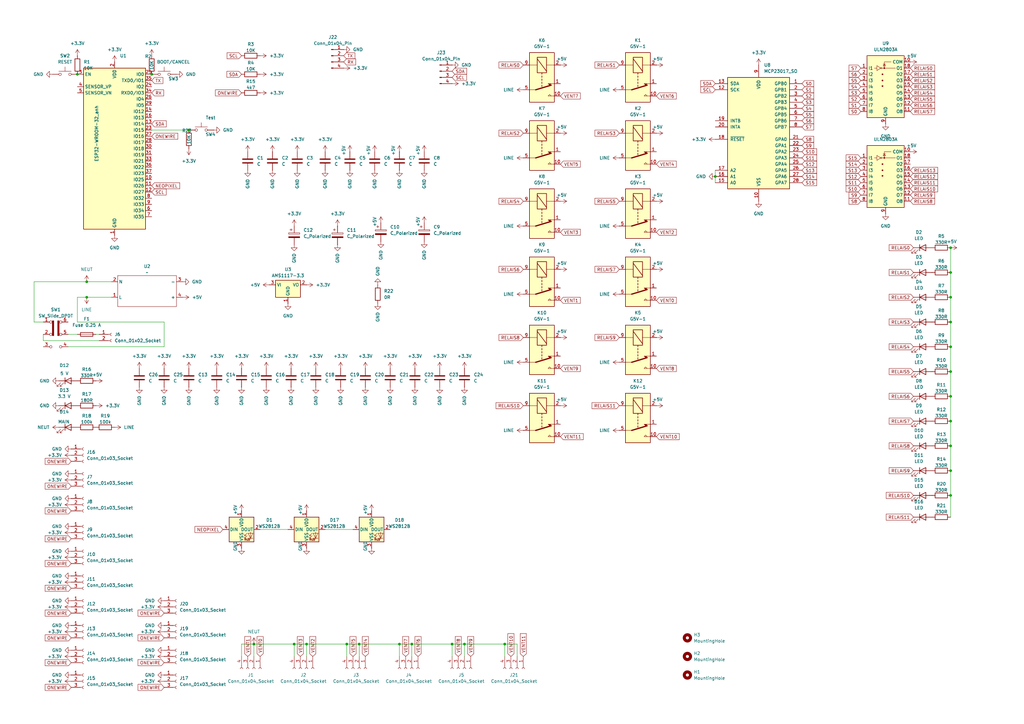
<source format=kicad_sch>
(kicad_sch (version 20231120) (generator "eeschema") (generator_version "8.0")
  (paper "A3")
  (junction (at 389.89 152.4))
  (junction (at 389.89 193.04))
  (junction (at 185.42 264.16))
  (junction (at 104.14 264.16))
  (junction (at 147.32 264.16))
  (junction (at 389.89 162.56))
  (junction (at 142.24 264.16))
  (junction (at 35.56 121.92))
  (junction (at 389.89 172.72))
  (junction (at 62.23 30.48))
  (junction (at 293.37 72.39))
  (junction (at 389.89 203.2))
  (junction (at 120.65 264.16))
  (junction (at 125.73 264.16))
  (junction (at 389.89 142.24))
  (junction (at 207.01 264.16))
  (junction (at 389.89 182.88))
  (junction (at 389.89 132.08))
  (junction (at 31.75 30.48))
  (junction (at 389.89 121.92))
  (junction (at 168.91 264.16))
  (junction (at 389.89 111.76))
  (junction (at 77.47 53.34))
  (junction (at 389.89 101.6))
  (junction (at 35.56 115.57))
  (junction (at 190.5 264.16))
  (junction (at 163.83 264.16))
  (wire (pts (xy 293.37 72.39) (xy 293.37 74.93)))
  (wire (pts (xy 133.35 217.17) (xy 144.78 217.17)))
  (wire (pts (xy 147.32 264.16) (xy 163.83 264.16)))
  (wire (pts (xy 389.89 182.88) (xy 389.89 193.04)))
  (wire (pts (xy 190.5 264.16) (xy 207.01 264.16)))
  (wire (pts (xy 62.23 53.34) (xy 77.47 53.34)))
  (wire (pts (xy 389.89 172.72) (xy 389.89 182.88)))
  (wire (pts (xy 389.89 101.6) (xy 389.89 111.76)))
  (wire (pts (xy 13.97 132.08) (xy 13.97 115.57)))
  (wire (pts (xy 99.06 269.24) (xy 99.06 264.16)))
  (wire (pts (xy 389.89 142.24) (xy 389.89 152.4)))
  (wire (pts (xy 293.37 69.85) (xy 293.37 72.39)))
  (wire (pts (xy 389.89 121.92) (xy 389.89 132.08)))
  (wire (pts (xy 31.75 132.08) (xy 31.75 121.92)))
  (wire (pts (xy 67.31 132.08) (xy 67.31 142.24)))
  (wire (pts (xy 13.97 115.57) (xy 35.56 115.57)))
  (wire (pts (xy 147.32 269.24) (xy 147.32 264.16)))
  (wire (pts (xy 40.64 139.7) (xy 17.78 139.7)))
  (wire (pts (xy 389.89 132.08) (xy 389.89 142.24)))
  (wire (pts (xy 99.06 264.16) (xy 104.14 264.16)))
  (wire (pts (xy 31.75 132.08) (xy 67.31 132.08)))
  (wire (pts (xy 104.14 269.24) (xy 104.14 264.16)))
  (wire (pts (xy 168.91 264.16) (xy 185.42 264.16)))
  (wire (pts (xy 27.94 137.16) (xy 31.75 137.16)))
  (wire (pts (xy 35.56 115.57) (xy 45.72 115.57)))
  (wire (pts (xy 163.83 264.16) (xy 168.91 264.16)))
  (wire (pts (xy 35.56 121.92) (xy 45.72 121.92)))
  (wire (pts (xy 67.31 142.24) (xy 27.94 142.24)))
  (wire (pts (xy 389.89 203.2) (xy 389.89 212.09)))
  (wire (pts (xy 120.65 264.16) (xy 125.73 264.16)))
  (wire (pts (xy 120.65 269.24) (xy 120.65 264.16)))
  (wire (pts (xy 389.89 111.76) (xy 389.89 121.92)))
  (wire (pts (xy 168.91 264.16) (xy 168.91 269.24)))
  (wire (pts (xy 17.78 139.7) (xy 17.78 137.16)))
  (wire (pts (xy 142.24 264.16) (xy 147.32 264.16)))
  (wire (pts (xy 212.09 264.16) (xy 212.09 269.24)))
  (wire (pts (xy 389.89 193.04) (xy 389.89 203.2)))
  (wire (pts (xy 207.01 264.16) (xy 212.09 264.16)))
  (wire (pts (xy 106.68 217.17) (xy 118.11 217.17)))
  (wire (pts (xy 389.89 152.4) (xy 389.89 162.56)))
  (wire (pts (xy 39.37 137.16) (xy 40.64 137.16)))
  (wire (pts (xy 190.5 264.16) (xy 190.5 269.24)))
  (wire (pts (xy 185.42 264.16) (xy 185.42 269.24)))
  (wire (pts (xy 389.89 162.56) (xy 389.89 172.72)))
  (wire (pts (xy 207.01 264.16) (xy 207.01 269.24)))
  (wire (pts (xy 185.42 264.16) (xy 190.5 264.16)))
  (wire (pts (xy 31.75 121.92) (xy 35.56 121.92)))
  (wire (pts (xy 125.73 264.16) (xy 142.24 264.16)))
  (wire (pts (xy 13.97 132.08) (xy 17.78 132.08)))
  (wire (pts (xy 142.24 264.16) (xy 142.24 269.24)))
  (wire (pts (xy 104.14 264.16) (xy 120.65 264.16)))
  (wire (pts (xy 125.73 264.16) (xy 125.73 269.24)))
  (wire (pts (xy 163.83 264.16) (xy 163.83 269.24)))
  (global_label "S11" (shape input) (at 353.06 74.93 180) (property "Intersheetrefs" "${INTERSHEET_REFS}" (effects (hide yes))))
  (global_label "VENT4" (shape input) (at 149.86 269.24 90) (property "Intersheetrefs" "${INTERSHEET_REFS}" (effects (hide yes))))
  (global_label "ONEWIRE" (shape input) (at 29.21 241.3 180) (property "Intersheetrefs" "${INTERSHEET_REFS}" (effects (hide yes))))
  (global_label "S12" (shape input) (at 328.93 67.31 0) (property "Intersheetrefs" "${INTERSHEET_REFS}" (effects (hide yes))))
  (global_label "ONEWIRE" (shape input) (at 29.21 281.94 180) (property "Intersheetrefs" "${INTERSHEET_REFS}" (effects (hide yes))))
  (global_label "RELAIS7" (shape input) (at 254 110.49 180) (property "Intersheetrefs" "${INTERSHEET_REFS}" (effects (hide yes))))
  (global_label "S7" (shape input) (at 353.06 27.94 180) (property "Intersheetrefs" "${INTERSHEET_REFS}" (effects (hide yes))))
  (global_label "SDA" (shape input) (at 185.42 29.21 0) (property "Intersheetrefs" "${INTERSHEET_REFS}" (effects (hide yes))) (property "Referenzen zwischen Schaltplänen" "${INTERSHEET_REFS}" (effects (hide yes))))
  (global_label "S7" (shape input) (at 328.93 52.07 0) (property "Intersheetrefs" "${INTERSHEET_REFS}" (effects (hide yes))))
  (global_label "RELAIS4" (shape input) (at 373.38 38.1 0) (property "Intersheetrefs" "${INTERSHEET_REFS}" (effects (hide yes))))
  (global_label "S6" (shape input) (at 353.06 30.48 180) (property "Intersheetrefs" "${INTERSHEET_REFS}" (effects (hide yes))))
  (global_label "RELAIS3" (shape input) (at 254 54.61 180) (property "Intersheetrefs" "${INTERSHEET_REFS}" (effects (hide yes))))
  (global_label "RELAIS5" (shape input) (at 374.65 152.4 180) (property "Intersheetrefs" "${INTERSHEET_REFS}" (effects (hide yes))))
  (global_label "VENT11" (shape input) (at 214.63 269.24 90) (property "Intersheetrefs" "${INTERSHEET_REFS}" (effects (hide yes))))
  (global_label "RELAIS8" (shape input) (at 214.63 138.43 180) (property "Intersheetrefs" "${INTERSHEET_REFS}" (effects (hide yes))))
  (global_label "S13" (shape input) (at 353.06 69.85 180) (property "Intersheetrefs" "${INTERSHEET_REFS}" (effects (hide yes))))
  (global_label "S3" (shape input) (at 328.93 41.91 0) (property "Intersheetrefs" "${INTERSHEET_REFS}" (effects (hide yes))))
  (global_label "S13" (shape input) (at 328.93 69.85 0) (property "Intersheetrefs" "${INTERSHEET_REFS}" (effects (hide yes))))
  (global_label "ONEWIRE" (shape input) (at 29.21 261.62 180) (property "Intersheetrefs" "${INTERSHEET_REFS}" (effects (hide yes))))
  (global_label "RELAIS9" (shape input) (at 374.65 193.04 180) (property "Intersheetrefs" "${INTERSHEET_REFS}" (effects (hide yes))))
  (global_label "VENT2" (shape input) (at 128.27 269.24 90) (property "Intersheetrefs" "${INTERSHEET_REFS}" (effects (hide yes))))
  (global_label "RELAIS12" (shape input) (at 373.38 72.39 0) (property "Intersheetrefs" "${INTERSHEET_REFS}" (effects (hide yes))))
  (global_label "VENT8" (shape input) (at 269.24 151.13 0) (property "Intersheetrefs" "${INTERSHEET_REFS}" (effects (hide yes))))
  (global_label "RELAIS11" (shape input) (at 254 166.37 180) (property "Intersheetrefs" "${INTERSHEET_REFS}" (effects (hide yes))))
  (global_label "S5" (shape input) (at 353.06 33.02 180) (property "Intersheetrefs" "${INTERSHEET_REFS}" (effects (hide yes))))
  (global_label "RELAIS10" (shape input) (at 214.63 166.37 180) (property "Intersheetrefs" "${INTERSHEET_REFS}" (effects (hide yes))))
  (global_label "VENT8" (shape input) (at 187.96 269.24 90) (property "Intersheetrefs" "${INTERSHEET_REFS}" (effects (hide yes))))
  (global_label "RELAIS9" (shape input) (at 373.38 80.01 0) (property "Intersheetrefs" "${INTERSHEET_REFS}" (effects (hide yes))))
  (global_label "ONEWIRE" (shape input) (at 29.21 251.46 180) (property "Intersheetrefs" "${INTERSHEET_REFS}" (effects (hide yes))))
  (global_label "S4" (shape input) (at 328.93 44.45 0) (property "Intersheetrefs" "${INTERSHEET_REFS}" (effects (hide yes))))
  (global_label "ONEWIRE" (shape input) (at 29.21 189.23 180) (property "Intersheetrefs" "${INTERSHEET_REFS}" (effects (hide yes))))
  (global_label "VENT4" (shape input) (at 269.24 67.31 0) (property "Intersheetrefs" "${INTERSHEET_REFS}" (effects (hide yes))))
  (global_label "RELAIS6" (shape input) (at 214.63 110.49 180) (property "Intersheetrefs" "${INTERSHEET_REFS}" (effects (hide yes))))
  (global_label "VENT7" (shape input) (at 229.87 39.37 0) (property "Intersheetrefs" "${INTERSHEET_REFS}" (effects (hide yes))))
  (global_label "SDA" (shape input) (at 99.06 30.48 180) (property "Intersheetrefs" "${INTERSHEET_REFS}" (effects (hide yes))) (property "Referenzen zwischen Schaltplänen" "${INTERSHEET_REFS}" (effects (hide yes))))
  (global_label "S14" (shape input) (at 328.93 72.39 0) (property "Intersheetrefs" "${INTERSHEET_REFS}" (effects (hide yes))))
  (global_label "S15" (shape input) (at 353.06 64.77 180) (property "Intersheetrefs" "${INTERSHEET_REFS}" (effects (hide yes))))
  (global_label "RELAIS8" (shape input) (at 374.65 182.88 180) (property "Intersheetrefs" "${INTERSHEET_REFS}" (effects (hide yes))))
  (global_label "S0" (shape input) (at 328.93 34.29 0) (property "Intersheetrefs" "${INTERSHEET_REFS}" (effects (hide yes))))
  (global_label "SCL" (shape input) (at 99.06 22.86 180) (property "Intersheetrefs" "${INTERSHEET_REFS}" (effects (hide yes))) (property "Referenzen zwischen Schaltplänen" "${INTERSHEET_REFS}" (effects (hide yes))))
  (global_label "RELAIS10" (shape input) (at 373.38 77.47 0) (property "Intersheetrefs" "${INTERSHEET_REFS}" (effects (hide yes))))
  (global_label "VENT1" (shape input) (at 229.87 123.19 0) (property "Intersheetrefs" "${INTERSHEET_REFS}" (effects (hide yes))))
  (global_label "S3" (shape input) (at 353.06 38.1 180) (property "Intersheetrefs" "${INTERSHEET_REFS}" (effects (hide yes))))
  (global_label "RX" (shape input) (at 140.97 25.4 0) (property "Intersheetrefs" "${INTERSHEET_REFS}" (effects (hide yes))) (property "Referenzen zwischen Schaltplänen" "${INTERSHEET_REFS}" (effects (hide yes))))
  (global_label "S9" (shape input) (at 328.93 59.69 0) (property "Intersheetrefs" "${INTERSHEET_REFS}" (effects (hide yes))))
  (global_label "RELAIS7" (shape input) (at 374.65 172.72 180) (property "Intersheetrefs" "${INTERSHEET_REFS}" (effects (hide yes))))
  (global_label "VENT3" (shape input) (at 229.87 95.25 0) (property "Intersheetrefs" "${INTERSHEET_REFS}" (effects (hide yes))))
  (global_label "RELAIS11" (shape input) (at 374.65 212.09 180) (property "Intersheetrefs" "${INTERSHEET_REFS}" (effects (hide yes))))
  (global_label "S10" (shape input) (at 353.06 77.47 180) (property "Intersheetrefs" "${INTERSHEET_REFS}" (effects (hide yes))))
  (global_label "RELAIS4" (shape input) (at 214.63 82.55 180) (property "Intersheetrefs" "${INTERSHEET_REFS}" (effects (hide yes))))
  (global_label "VENT9" (shape input) (at 193.04 269.24 90) (property "Intersheetrefs" "${INTERSHEET_REFS}" (effects (hide yes))))
  (global_label "TX" (shape input) (at 140.97 22.86 0) (property "Intersheetrefs" "${INTERSHEET_REFS}" (effects (hide yes))) (property "Referenzen zwischen Schaltplänen" "${INTERSHEET_REFS}" (effects (hide yes))))
  (global_label "NEOPIXEL" (shape input) (at 91.44 217.17 180) (property "Intersheetrefs" "${INTERSHEET_REFS}" (effects (hide yes))))
  (global_label "S10" (shape input) (at 328.93 62.23 0) (property "Intersheetrefs" "${INTERSHEET_REFS}" (effects (hide yes))))
  (global_label "VENT2" (shape input) (at 269.24 95.25 0) (property "Intersheetrefs" "${INTERSHEET_REFS}" (effects (hide yes))))
  (global_label "RELAIS0" (shape input) (at 373.38 27.94 0) (property "Intersheetrefs" "${INTERSHEET_REFS}" (effects (hide yes))))
  (global_label "VENT11" (shape input) (at 229.87 179.07 0) (property "Intersheetrefs" "${INTERSHEET_REFS}" (effects (hide yes))))
  (global_label "RELAIS11" (shape input) (at 373.38 74.93 0) (property "Intersheetrefs" "${INTERSHEET_REFS}" (effects (hide yes))))
  (global_label "ONEWIRE" (shape input) (at 29.21 199.39 180) (property "Intersheetrefs" "${INTERSHEET_REFS}" (effects (hide yes))))
  (global_label "S8" (shape input) (at 328.93 57.15 0) (property "Intersheetrefs" "${INTERSHEET_REFS}" (effects (hide yes))))
  (global_label "VENT7" (shape input) (at 166.37 269.24 90) (property "Intersheetrefs" "${INTERSHEET_REFS}" (effects (hide yes))))
  (global_label "S4" (shape input) (at 353.06 35.56 180) (property "Intersheetrefs" "${INTERSHEET_REFS}" (effects (hide yes))))
  (global_label "S1" (shape input) (at 328.93 36.83 0) (property "Intersheetrefs" "${INTERSHEET_REFS}" (effects (hide yes))))
  (global_label "RELAIS10" (shape input) (at 374.65 203.2 180) (property "Intersheetrefs" "${INTERSHEET_REFS}" (effects (hide yes))))
  (global_label "RELAIS6" (shape input) (at 374.65 162.56 180) (property "Intersheetrefs" "${INTERSHEET_REFS}" (effects (hide yes))))
  (global_label "SDA" (shape input) (at 62.23 50.8 0) (property "Intersheetrefs" "${INTERSHEET_REFS}" (effects (hide yes))) (property "Referenzen zwischen Schaltplänen" "${INTERSHEET_REFS}" (effects (hide yes))))
  (global_label "RELAIS1" (shape input) (at 374.65 111.76 180) (property "Intersheetrefs" "${INTERSHEET_REFS}" (effects (hide yes))))
  (global_label "RELAIS2" (shape input) (at 374.65 121.92 180) (property "Intersheetrefs" "${INTERSHEET_REFS}" (effects (hide yes))))
  (global_label "RELAIS1" (shape input) (at 373.38 30.48 0) (property "Intersheetrefs" "${INTERSHEET_REFS}" (effects (hide yes))))
  (global_label "ONEWIRE" (shape input) (at 67.31 281.94 180) (property "Intersheetrefs" "${INTERSHEET_REFS}" (effects (hide yes))))
  (global_label "VENT0" (shape input) (at 269.24 123.19 0) (property "Intersheetrefs" "${INTERSHEET_REFS}" (effects (hide yes))))
  (global_label "ONEWIRE" (shape input) (at 29.21 231.14 180) (property "Intersheetrefs" "${INTERSHEET_REFS}" (effects (hide yes))))
  (global_label "S8" (shape input) (at 353.06 82.55 180) (property "Intersheetrefs" "${INTERSHEET_REFS}" (effects (hide yes))))
  (global_label "SCL" (shape input) (at 185.42 31.75 0) (property "Intersheetrefs" "${INTERSHEET_REFS}" (effects (hide yes))) (property "Referenzen zwischen Schaltplänen" "${INTERSHEET_REFS}" (effects (hide yes))))
  (global_label "ONEWIRE" (shape input) (at 67.31 261.62 180) (property "Intersheetrefs" "${INTERSHEET_REFS}" (effects (hide yes))))
  (global_label "S2" (shape input) (at 353.06 40.64 180) (property "Intersheetrefs" "${INTERSHEET_REFS}" (effects (hide yes))))
  (global_label "TX" (shape input) (at 62.23 33.02 0) (property "Intersheetrefs" "${INTERSHEET_REFS}" (effects (hide yes))) (property "Referenzen zwischen Schaltplänen" "${INTERSHEET_REFS}" (effects (hide yes))))
  (global_label "VENT6" (shape input) (at 269.24 39.37 0) (property "Intersheetrefs" "${INTERSHEET_REFS}" (effects (hide yes))))
  (global_label "ONEWIRE" (shape input) (at 29.21 209.55 180) (property "Intersheetrefs" "${INTERSHEET_REFS}" (effects (hide yes))))
  (global_label "ONEWIRE" (shape input) (at 29.21 220.98 180) (property "Intersheetrefs" "${INTERSHEET_REFS}" (effects (hide yes))))
  (global_label "S2" (shape input) (at 328.93 39.37 0) (property "Intersheetrefs" "${INTERSHEET_REFS}" (effects (hide yes))))
  (global_label "VENT6" (shape input) (at 171.45 269.24 90) (property "Intersheetrefs" "${INTERSHEET_REFS}" (effects (hide yes))))
  (global_label "VENT3" (shape input) (at 123.19 269.24 90) (property "Intersheetrefs" "${INTERSHEET_REFS}" (effects (hide yes))))
  (global_label "ONEWIRE" (shape input) (at 29.21 271.78 180) (property "Intersheetrefs" "${INTERSHEET_REFS}" (effects (hide yes))))
  (global_label "S11" (shape input) (at 328.93 64.77 0) (property "Intersheetrefs" "${INTERSHEET_REFS}" (effects (hide yes))))
  (global_label "RELAIS2" (shape input) (at 373.38 33.02 0) (property "Intersheetrefs" "${INTERSHEET_REFS}" (effects (hide yes))))
  (global_label "VENT5" (shape input) (at 229.87 67.31 0) (property "Intersheetrefs" "${INTERSHEET_REFS}" (effects (hide yes))))
  (global_label "RELAIS0" (shape input) (at 214.63 26.67 180) (property "Intersheetrefs" "${INTERSHEET_REFS}" (effects (hide yes))))
  (global_label "S12" (shape input) (at 353.06 72.39 180) (property "Intersheetrefs" "${INTERSHEET_REFS}" (effects (hide yes))))
  (global_label "RELAIS1" (shape input) (at 254 26.67 180) (property "Intersheetrefs" "${INTERSHEET_REFS}" (effects (hide yes))))
  (global_label "S14" (shape input) (at 353.06 67.31 180) (property "Intersheetrefs" "${INTERSHEET_REFS}" (effects (hide yes))))
  (global_label "RELAIS5" (shape input) (at 254 82.55 180) (property "Intersheetrefs" "${INTERSHEET_REFS}" (effects (hide yes))))
  (global_label "VENT5" (shape input) (at 144.78 269.24 90) (property "Intersheetrefs" "${INTERSHEET_REFS}" (effects (hide yes))))
  (global_label "SCL" (shape input) (at 293.37 36.83 180) (property "Intersheetrefs" "${INTERSHEET_REFS}" (effects (hide yes))) (property "Referenzen zwischen Schaltplänen" "${INTERSHEET_REFS}" (effects (hide yes))))
  (global_label "VENT10" (shape input) (at 269.24 179.07 0) (property "Intersheetrefs" "${INTERSHEET_REFS}" (effects (hide yes))))
  (global_label "VENT1" (shape input) (at 101.6 269.24 90) (property "Intersheetrefs" "${INTERSHEET_REFS}" (effects (hide yes))))
  (global_label "ONEWIRE" (shape input) (at 62.23 55.88 0) (property "Intersheetrefs" "${INTERSHEET_REFS}" (effects (hide yes))))
  (global_label "RX" (shape input) (at 62.23 38.1 0) (property "Intersheetrefs" "${INTERSHEET_REFS}" (effects (hide yes))) (property "Referenzen zwischen Schaltplänen" "${INTERSHEET_REFS}" (effects (hide yes))))
  (global_label "RELAIS9" (shape input) (at 254 138.43 180) (property "Intersheetrefs" "${INTERSHEET_REFS}" (effects (hide yes))))
  (global_label "S5" (shape input) (at 328.93 46.99 0) (property "Intersheetrefs" "${INTERSHEET_REFS}" (effects (hide yes))))
  (global_label "RELAIS7" (shape input) (at 373.38 45.72 0) (property "Intersheetrefs" "${INTERSHEET_REFS}" (effects (hide yes))))
  (global_label "RELAIS2" (shape input) (at 214.63 54.61 180) (property "Intersheetrefs" "${INTERSHEET_REFS}" (effects (hide yes))))
  (global_label "VENT0" (shape input) (at 106.68 269.24 90) (property "Intersheetrefs" "${INTERSHEET_REFS}" (effects (hide yes))))
  (global_label "ONEWIRE" (shape input) (at 67.31 251.46 180) (property "Intersheetrefs" "${INTERSHEET_REFS}" (effects (hide yes))))
  (global_label "S1" (shape input) (at 353.06 43.18 180) (property "Intersheetrefs" "${INTERSHEET_REFS}" (effects (hide yes))))
  (global_label "RELAIS8" (shape input) (at 373.38 82.55 0) (property "Intersheetrefs" "${INTERSHEET_REFS}" (effects (hide yes))))
  (global_label "S15" (shape input) (at 328.93 74.93 0) (property "Intersheetrefs" "${INTERSHEET_REFS}" (effects (hide yes))))
  (global_label "RELAIS13" (shape input) (at 373.38 69.85 0) (property "Intersheetrefs" "${INTERSHEET_REFS}" (effects (hide yes))))
  (global_label "RELAIS5" (shape input) (at 373.38 40.64 0) (property "Intersheetrefs" "${INTERSHEET_REFS}" (effects (hide yes))))
  (global_label "VENT9" (shape input) (at 229.87 151.13 0) (property "Intersheetrefs" "${INTERSHEET_REFS}" (effects (hide yes))))
  (global_label "NEOPIXEL" (shape input) (at 62.23 76.2 0) (property "Intersheetrefs" "${INTERSHEET_REFS}" (effects (hide yes))))
  (global_label "RELAIS3" (shape input) (at 373.38 35.56 0) (property "Intersheetrefs" "${INTERSHEET_REFS}" (effects (hide yes))))
  (global_label "RELAIS0" (shape input) (at 374.65 101.6 180) (property "Intersheetrefs" "${INTERSHEET_REFS}" (effects (hide yes))))
  (global_label "ONEWIRE" (shape input) (at 99.06 38.1 180) (property "Intersheetrefs" "${INTERSHEET_REFS}" (effects (hide yes))))
  (global_label "S6" (shape input) (at 328.93 49.53 0) (property "Intersheetrefs" "${INTERSHEET_REFS}" (effects (hide yes))))
  (global_label "RELAIS3" (shape input) (at 374.65 132.08 180) (property "Intersheetrefs" "${INTERSHEET_REFS}" (effects (hide yes))))
  (global_label "RELAIS4" (shape input) (at 374.65 142.24 180) (property "Intersheetrefs" "${INTERSHEET_REFS}" (effects (hide yes))))
  (global_label "S9" (shape input) (at 353.06 80.01 180) (property "Intersheetrefs" "${INTERSHEET_REFS}" (effects (hide yes))))
  (global_label "RELAIS6" (shape input) (at 373.38 43.18 0) (property "Intersheetrefs" "${INTERSHEET_REFS}" (effects (hide yes))))
  (global_label "ONEWIRE" (shape input) (at 67.31 271.78 180) (property "Intersheetrefs" "${INTERSHEET_REFS}" (effects (hide yes))))
  (global_label "VENT10" (shape input) (at 209.55 269.24 90) (property "Intersheetrefs" "${INTERSHEET_REFS}" (effects (hide yes))))
  (global_label "SDA" (shape input) (at 293.37 34.29 180) (property "Intersheetrefs" "${INTERSHEET_REFS}" (effects (hide yes))) (property "Referenzen zwischen Schaltplänen" "${INTERSHEET_REFS}" (effects (hide yes))))
  (global_label "S0" (shape input) (at 353.06 45.72 180) (property "Intersheetrefs" "${INTERSHEET_REFS}" (effects (hide yes))))
  (global_label "SCL" (shape input) (at 62.23 78.74 0) (property "Intersheetrefs" "${INTERSHEET_REFS}" (effects (hide yes))) (property "Referenzen zwischen Schaltplänen" "${INTERSHEET_REFS}" (effects (hide yes))))
  (symbol (lib_id "power:GND") (at 72.39 30.48 90) (unit 1)
    (property "Reference" "#PWR023" (effects (hide yes)))
    (property "Value" "GND" (at 76.2 30.4799 90) (effects (justify right)))
  )
  (symbol (lib_id "Device:C") (at 163.83 66.04 180) (unit 1)
    (property "Reference" "C7" (at 167.64 64.7699 0) (effects (justify right)))
    (property "Value" "C" (at 167.64 67.3099 0) (effects (justify right)))
    (property "Footprint" "Capacitor_SMD:C_1210_3225Metric_Pad1.33x2.70mm_HandSolder" (effects (hide yes)))
  )
  (symbol (lib_id "Mechanical:MountingHole") (at 281.94 269.24 0) (unit 1) (exclude_from_sim yes) (in_bom no)
    (property "Reference" "H2" (at 284.48 267.9699 0) (effects (justify left)))
    (property "Value" "MountingHole" (at 284.48 270.5099 0) (effects (justify left)))
    (property "Footprint" "MountingHole:MountingHole_3.2mm_M3" (effects (hide yes)))
    (property "Description" "Mounting Hole without connection" (effects (hide yes)))
  )
  (symbol (lib_id "power:GND") (at 119.38 158.75 0) (unit 1)
    (property "Reference" "#PWR0128" (effects (hide yes)))
    (property "Value" "GND" (at 119.38 166.37 90) (effects (justify left)))
  )
  (symbol (lib_id "power:LINE") (at 254 92.71 90) (unit 1)
    (property "Reference" "#PWR08" (effects (hide yes)))
    (property "Value" "LINE" (at 250.19 92.7099 90) (effects (justify left)))
    (property "Description" "Power symbol creates a global label with name \"LINE\"" (effects (hide yes)))
  )
  (symbol (lib_id "Device:C") (at 101.6 66.04 180) (unit 1)
    (property "Reference" "C1" (at 105.41 64.7699 0) (effects (justify right)))
    (property "Value" "C" (at 105.41 67.3099 0) (effects (justify right)))
    (property "Footprint" "Capacitor_SMD:C_1210_3225Metric_Pad1.33x2.70mm_HandSolder" (effects (hide yes)))
  )
  (symbol (lib_id "power:+3.3V") (at 29.21 248.92 90) (unit 1)
    (property "Reference" "#PWR062" (effects (hide yes)))
    (property "Value" "+3.3V" (at 25.4 248.9199 90) (effects (justify left)))
    (property "Description" "Power symbol creates a global label with name \"+3.3V\"" (effects (hide yes)))
  )
  (symbol (lib_id "Device:LED") (at 378.46 152.4 0) (unit 1)
    (property "Reference" "D7" (at 376.8725 146.05 0))
    (property "Value" "LED" (at 376.8725 148.59 0))
    (property "Footprint" "LED_SMD:LED_0805_2012Metric_Pad1.15x1.40mm_HandSolder" (effects (hide yes)))
    (property "Description" "Light emitting diode" (effects (hide yes)))
  )
  (symbol (lib_id "power:GND") (at 24.13 156.21 270) (unit 1)
    (property "Reference" "#PWR072" (effects (hide yes)))
    (property "Value" "GND" (at 20.32 156.2099 90) (effects (justify right)))
    (property "Description" "Power symbol creates a global label with name \"GND\" , ground" (effects (hide yes)))
  )
  (symbol (lib_id "power:+3.3V") (at 293.37 57.15 90) (unit 1)
    (property "Reference" "#PWR029" (effects (hide yes)))
    (property "Value" "+3.3V" (at 289.56 57.1499 90) (effects (justify left)))
    (property "Description" "Power symbol creates a global label with name \"+3.3V\"" (effects (hide yes)))
  )
  (symbol (lib_id "power:+3.3V") (at 39.37 166.37 270) (unit 1)
    (property "Reference" "#PWR074" (effects (hide yes)))
    (property "Value" "+3.3V" (at 43.18 166.3699 90) (effects (justify left)))
    (property "Description" "Power symbol creates a global label with name \"+3.3V\"" (effects (hide yes)))
  )
  (symbol (lib_id "power:GND") (at 363.22 50.8 0) (unit 1)
    (property "Reference" "#PWR031" (effects (hide yes)))
    (property "Value" "GND" (at 363.22 55.88 0))
    (property "Description" "Power symbol creates a global label with name \"GND\" , ground" (effects (hide yes)))
  )
  (symbol (lib_id "anh:ESP32-WROOM-32_anh") (at 46.99 60.96 0) (unit 1)
    (property "Reference" "U1" (at 49.1841 22.86 0) (effects (justify left)))
    (property "Value" "ESP32-WROOM-32_anh" (at 39.624 66.294 90) (effects (justify left)))
    (property "Footprint" "anh:ESP32-WROOM-32_anh" (effects (hide yes)))
    (property "Datasheet" "https://www.espressif.com/sites/default/files/documentation/esp32-wroom-32_datasheet_en.pdf" (effects (hide yes)))
    (property "Description" "RF Module, ESP32-D0WDQ6 SoC, Wi-Fi 802.11b/g/n, Bluetooth, BLE, 32-bit, 2.7-3.6V, onboard antenna, SMD" (effects (hide yes)))
  )
  (symbol (lib_id "power:GND") (at 143.51 69.85 0) (unit 1)
    (property "Reference" "#PWR084" (effects (hide yes)))
    (property "Value" "GND" (at 143.51 77.47 90) (effects (justify left)))
  )
  (symbol (lib_id "Connector:Conn_01x03_Socket") (at 34.29 196.85 0) (unit 1)
    (property "Reference" "J7" (at 35.56 195.5799 0) (effects (justify left)))
    (property "Value" "Conn_01x03_Socket" (at 35.56 198.1199 0) (effects (justify left)))
    (property "Footprint" "TerminalBlock_KaiFeng:TerminalBlock_KaiFeng_KF141R-3_1x03_P2.54mm" (effects (hide yes)))
    (property "Description" "Generic connector, single row, 01x03, script generated" (effects (hide yes)))
  )
  (symbol (lib_id "Connector:Conn_01x03_Socket") (at 72.39 248.92 0) (unit 1)
    (property "Reference" "J20" (at 73.66 247.6499 0) (effects (justify left)))
    (property "Value" "Conn_01x03_Socket" (at 73.66 250.1899 0) (effects (justify left)))
    (property "Footprint" "TerminalBlock_KaiFeng:TerminalBlock_KaiFeng_KF141R-3_1x03_P2.54mm" (effects (hide yes)))
    (property "Description" "Generic connector, single row, 01x03, script generated" (effects (hide yes)))
  )
  (symbol (lib_id "power:+3.3V") (at 160.02 151.13 0) (unit 1)
    (property "Reference" "#PWR0135" (effects (hide yes)))
    (property "Value" "+3.3V" (at 160.02 146.05 0))
  )
  (symbol (lib_id "power:GND") (at 363.22 87.63 0) (unit 1)
    (property "Reference" "#PWR030" (effects (hide yes)))
    (property "Value" "GND" (at 363.22 92.71 0))
    (property "Description" "Power symbol creates a global label with name \"GND\" , ground" (effects (hide yes)))
  )
  (symbol (lib_id "power:GND") (at 121.92 69.85 0) (unit 1)
    (property "Reference" "#PWR080" (effects (hide yes)))
    (property "Value" "GND" (at 121.92 77.47 90) (effects (justify left)))
  )
  (symbol (lib_id "Device:C") (at 190.5 154.94 180) (unit 1)
    (property "Reference" "C24" (at 194.31 153.6699 0) (effects (justify right)))
    (property "Value" "C" (at 194.31 156.2099 0) (effects (justify right)))
    (property "Footprint" "Capacitor_SMD:C_1210_3225Metric_Pad1.33x2.70mm_HandSolder" (effects (hide yes)))
  )
  (symbol (lib_id "power:GND") (at 29.21 194.31 270) (unit 1)
    (property "Reference" "#PWR051" (effects (hide yes)))
    (property "Value" "GND" (at 25.4 194.3099 90) (effects (justify right)))
    (property "Description" "Power symbol creates a global label with name \"GND\" , ground" (effects (hide yes)))
  )
  (symbol (lib_id "Connector:Conn_01x03_Socket") (at 34.29 207.01 0) (unit 1)
    (property "Reference" "J8" (at 35.56 205.7399 0) (effects (justify left)))
    (property "Value" "Conn_01x03_Socket" (at 35.56 208.2799 0) (effects (justify left)))
    (property "Footprint" "TerminalBlock_KaiFeng:TerminalBlock_KaiFeng_KF141R-3_1x03_P2.54mm" (effects (hide yes)))
    (property "Description" "Generic connector, single row, 01x03, script generated" (effects (hide yes)))
  )
  (symbol (lib_id "power:+3.3V") (at 190.5 151.13 0) (unit 1)
    (property "Reference" "#PWR0141" (effects (hide yes)))
    (property "Value" "+3.3V" (at 190.5 146.05 0))
  )
  (symbol (lib_id "power:+3.3V") (at 101.6 62.23 0) (unit 1)
    (property "Reference" "#PWR034" (effects (hide yes)))
    (property "Value" "+3.3V" (at 101.6 57.15 0))
  )
  (symbol (lib_id "Connector:Conn_01x04_Socket") (at 190.5 274.32 270) (unit 1)
    (property "Reference" "J5" (at 189.23 276.86 90))
    (property "Value" "Conn_01x04_Socket" (at 189.23 279.4 90))
    (property "Footprint" "anh:TLM-004-4PIN" (effects (hide yes)))
    (property "Description" "Generic connector, single row, 01x04, script generated" (effects (hide yes)))
  )
  (symbol (lib_id "Device:C") (at 160.02 154.94 180) (unit 1)
    (property "Reference" "C21" (at 163.83 153.6699 0) (effects (justify right)))
    (property "Value" "C" (at 163.83 156.2099 0) (effects (justify right)))
    (property "Footprint" "Capacitor_SMD:C_1210_3225Metric_Pad1.33x2.70mm_HandSolder" (effects (hide yes)))
  )
  (symbol (lib_id "power:GND") (at 138.43 100.33 0) (unit 1)
    (property "Reference" "#PWR0116" (effects (hide yes)))
    (property "Value" "GND" (at 138.43 107.95 90) (effects (justify left)))
  )
  (symbol (lib_id "Device:R") (at 35.56 175.26 90) (unit 1)
    (property "Reference" "R18" (at 35.56 170.5442 90))
    (property "Value" "100k" (at 35.56 173.0811 90))
    (property "Footprint" "Resistor_SMD:R_0805_2012Metric_Pad1.20x1.40mm_HandSolder" (effects (hide yes)))
  )
  (symbol (lib_id "Relay:G5V-1") (at 222.25 59.69 270) (unit 1)
    (property "Reference" "K7" (at 222.25 44.45 90))
    (property "Value" "G5V-1" (at 222.25 46.99 90))
    (property "Footprint" "Relay_THT:Relay_SPDT_Omron_G5V-1" (effects (hide yes)))
    (property "Datasheet" "http://omronfs.omron.com/en_US/ecb/products/pdf/en-g5v_1.pdf" (effects (hide yes)))
    (property "Description" "Ultra-miniature, Highly Sensitive SPDT Relay for Signal Circuits" (effects (hide yes)))
  )
  (symbol (lib_id "Device:LED") (at 378.46 121.92 0) (unit 1)
    (property "Reference" "D4" (at 376.8725 115.57 0))
    (property "Value" "LED" (at 376.8725 118.11 0))
    (property "Footprint" "LED_SMD:LED_0805_2012Metric_Pad1.15x1.40mm_HandSolder" (effects (hide yes)))
    (property "Description" "Light emitting diode" (effects (hide yes)))
  )
  (symbol (lib_id "Device:C_Polarized") (at 173.99 95.25 0) (unit 1)
    (property "Reference" "C9" (at 177.8 93.0909 0) (effects (justify left)))
    (property "Value" "C_Polarized" (at 177.8 95.6309 0) (effects (justify left)))
    (property "Footprint" "Capacitor_THT:CP_Radial_D8.0mm_P3.50mm" (effects (hide yes)))
    (property "Description" "Polarized capacitor" (effects (hide yes)))
  )
  (symbol (lib_id "Device:LED") (at 378.46 101.6 0) (unit 1)
    (property "Reference" "D2" (at 376.8725 95.25 0))
    (property "Value" "LED" (at 376.8725 97.79 0))
    (property "Footprint" "LED_SMD:LED_0805_2012Metric_Pad1.15x1.40mm_HandSolder" (effects (hide yes)))
    (property "Description" "Light emitting diode" (effects (hide yes)))
  )
  (symbol (lib_id "Connector:Conn_01x03_Socket") (at 34.29 218.44 0) (unit 1)
    (property "Reference" "J9" (at 35.56 217.1699 0) (effects (justify left)))
    (property "Value" "Conn_01x03_Socket" (at 35.56 219.7099 0) (effects (justify left)))
    (property "Footprint" "TerminalBlock_KaiFeng:TerminalBlock_KaiFeng_KF141R-3_1x03_P2.54mm" (effects (hide yes)))
    (property "Description" "Generic connector, single row, 01x03, script generated" (effects (hide yes)))
  )
  (symbol (lib_id "Device:LED") (at 378.46 182.88 0) (unit 1)
    (property "Reference" "D10" (at 376.8725 176.53 0))
    (property "Value" "LED" (at 376.8725 179.07 0))
    (property "Footprint" "LED_SMD:LED_0805_2012Metric_Pad1.15x1.40mm_HandSolder" (effects (hide yes)))
    (property "Description" "Light emitting diode" (effects (hide yes)))
  )
  (symbol (lib_id "Device:C") (at 57.15 154.94 180) (unit 1)
    (property "Reference" "C26" (at 60.96 153.6699 0) (effects (justify right)))
    (property "Value" "C" (at 60.96 156.2099 0) (effects (justify right)))
    (property "Footprint" "Capacitor_SMD:C_1210_3225Metric_Pad1.33x2.70mm_HandSolder" (effects (hide yes)))
  )
  (symbol (lib_id "power:+3.3V") (at 138.43 92.71 0) (unit 1)
    (property "Reference" "#PWR0117" (effects (hide yes)))
    (property "Value" "+3.3V" (at 138.43 87.63 0))
  )
  (symbol (lib_id "power:+3.3V") (at 119.38 151.13 0) (unit 1)
    (property "Reference" "#PWR0127" (effects (hide yes)))
    (property "Value" "+3.3V" (at 119.38 146.05 0))
  )
  (symbol (lib_id "power:+3.3V") (at 29.21 207.01 90) (unit 1)
    (property "Reference" "#PWR054" (effects (hide yes)))
    (property "Value" "+3.3V" (at 25.4 207.0099 90) (effects (justify left)))
    (property "Description" "Power symbol creates a global label with name \"+3.3V\"" (effects (hide yes)))
  )
  (symbol (lib_id "Relay:G5V-1") (at 222.25 171.45 270) (unit 1)
    (property "Reference" "K11" (at 222.25 156.21 90))
    (property "Value" "G5V-1" (at 222.25 158.75 90))
    (property "Footprint" "Relay_THT:Relay_SPDT_Omron_G5V-1" (effects (hide yes)))
    (property "Datasheet" "http://omronfs.omron.com/en_US/ecb/products/pdf/en-g5v_1.pdf" (effects (hide yes)))
    (property "Description" "Ultra-miniature, Highly Sensitive SPDT Relay for Signal Circuits" (effects (hide yes)))
  )
  (symbol (lib_id "power:GND") (at 133.35 69.85 0) (unit 1)
    (property "Reference" "#PWR082" (effects (hide yes)))
    (property "Value" "GND" (at 133.35 77.47 90) (effects (justify left)))
  )
  (symbol (lib_id "Switch:SW_Slide_DPDT") (at 22.86 137.16 0) (unit 1)
    (property "Reference" "SW1" (at 22.86 127 0))
    (property "Value" "SW_Slide_DPDT" (at 22.86 129.54 0))
    (property "Footprint" "anh:SW_PUSH_E-Switch_FS5700DP_DPDT_anh" (effects (hide yes)))
    (property "Description" "Slide Switch, dual pole double throw" (effects (hide yes)))
  )
  (symbol (lib_id "Connector:Conn_01x02_Socket") (at 45.72 137.16 0) (unit 1)
    (property "Reference" "J6" (at 46.99 137.1599 0) (effects (justify left)))
    (property "Value" "Conn_01x02_Socket" (at 46.99 139.6999 0) (effects (justify left)))
    (property "Footprint" "anh:TLM-004-2PIN" (effects (hide yes)))
    (property "Description" "Generic connector, single row, 01x02, script generated" (effects (hide yes)))
  )
  (symbol (lib_id "Device:LED") (at 378.46 203.2 0) (unit 1)
    (property "Reference" "D15" (at 376.8725 196.85 0))
    (property "Value" "LED" (at 376.8725 199.39 0))
    (property "Footprint" "LED_SMD:LED_0805_2012Metric_Pad1.15x1.40mm_HandSolder" (effects (hide yes)))
    (property "Description" "Light emitting diode" (effects (hide yes)))
  )
  (symbol (lib_id "power:+5V") (at 269.24 138.43 270) (unit 1)
    (property "Reference" "#PWR047" (effects (hide yes)))
    (property "Value" "+5V" (at 271.78 135.89 90) (effects (justify right)))
  )
  (symbol (lib_id "Device:LED") (at 378.46 142.24 0) (unit 1)
    (property "Reference" "D6" (at 376.8725 135.89 0))
    (property "Value" "LED" (at 376.8725 138.43 0))
    (property "Footprint" "LED_SMD:LED_0805_2012Metric_Pad1.15x1.40mm_HandSolder" (effects (hide yes)))
    (property "Description" "Light emitting diode" (effects (hide yes)))
  )
  (symbol (lib_id "power:+3.3V") (at 77.47 151.13 0) (unit 1)
    (property "Reference" "#PWR0119" (effects (hide yes)))
    (property "Value" "+3.3V" (at 77.47 146.05 0))
  )
  (symbol (lib_id "power:+3.3V") (at 106.68 22.86 270) (unit 1)
    (property "Reference" "#PWR024" (effects (hide yes)))
    (property "Value" "+3.3V" (at 110.49 22.8599 90) (effects (justify left)))
  )
  (symbol (lib_id "power:+3.3V") (at 129.54 151.13 0) (unit 1)
    (property "Reference" "#PWR0129" (effects (hide yes)))
    (property "Value" "+3.3V" (at 129.54 146.05 0))
  )
  (symbol (lib_id "power:LINE") (at 254 176.53 90) (unit 1)
    (property "Reference" "#PWR0101" (effects (hide yes)))
    (property "Value" "LINE" (at 250.19 176.5299 90) (effects (justify left)))
    (property "Description" "Power symbol creates a global label with name \"LINE\"" (effects (hide yes)))
  )
  (symbol (lib_id "power:+5V") (at 39.37 156.21 270) (unit 1)
    (property "Reference" "#PWR071" (effects (hide yes)))
    (property "Value" "+5V" (at 41.91 153.67 90) (effects (justify right)))
  )
  (symbol (lib_id "Device:R") (at 386.08 132.08 90) (unit 1)
    (property "Reference" "R8" (at 386.08 127.3642 90))
    (property "Value" "330R" (at 386.08 129.9011 90))
    (property "Footprint" "Resistor_SMD:R_0805_2012Metric_Pad1.20x1.40mm_HandSolder" (effects (hide yes)))
  )
  (symbol (lib_id "power:+3.3V") (at 109.22 151.13 0) (unit 1)
    (property "Reference" "#PWR0125" (effects (hide yes)))
    (property "Value" "+3.3V" (at 109.22 146.05 0))
  )
  (symbol (lib_id "power:GND") (at 67.31 158.75 0) (unit 1)
    (property "Reference" "#PWR0144" (effects (hide yes)))
    (property "Value" "GND" (at 67.31 166.37 90) (effects (justify left)))
  )
  (symbol (lib_id "Device:C") (at 67.31 154.94 180) (unit 1)
    (property "Reference" "C25" (at 71.12 153.6699 0) (effects (justify right)))
    (property "Value" "C" (at 71.12 156.2099 0) (effects (justify right)))
    (property "Footprint" "Capacitor_SMD:C_1210_3225Metric_Pad1.33x2.70mm_HandSolder" (effects (hide yes)))
  )
  (symbol (lib_id "power:+3.3V") (at 88.9 151.13 0) (unit 1)
    (property "Reference" "#PWR0121" (effects (hide yes)))
    (property "Value" "+3.3V" (at 88.9 146.05 0))
  )
  (symbol (lib_id "Connector:Conn_01x03_Socket") (at 34.29 269.24 0) (unit 1)
    (property "Reference" "J14" (at 35.56 267.9699 0) (effects (justify left)))
    (property "Value" "Conn_01x03_Socket" (at 35.56 270.5099 0) (effects (justify left)))
    (property "Footprint" "TerminalBlock_KaiFeng:TerminalBlock_KaiFeng_KF141R-3_1x03_P2.54mm" (effects (hide yes)))
    (property "Description" "Generic connector, single row, 01x03, script generated" (effects (hide yes)))
  )
  (symbol (lib_id "power:+5V") (at 269.24 54.61 270) (unit 1)
    (property "Reference" "#PWR041" (effects (hide yes)))
    (property "Value" "+5V" (at 271.78 52.07 90) (effects (justify right)))
  )
  (symbol (lib_id "Device:R") (at 386.08 152.4 90) (unit 1)
    (property "Reference" "R10" (at 386.08 147.6842 90))
    (property "Value" "330R" (at 386.08 150.2211 90))
    (property "Footprint" "Resistor_SMD:R_0805_2012Metric_Pad1.20x1.40mm_HandSolder" (effects (hide yes)))
  )
  (symbol (lib_id "power:GND") (at 311.15 82.55 0) (unit 1)
    (property "Reference" "#PWR027" (effects (hide yes)))
    (property "Value" "GND" (at 311.15 87.63 0))
    (property "Description" "Power symbol creates a global label with name \"GND\" , ground" (effects (hide yes)))
  )
  (symbol (lib_id "power:GND") (at 67.31 276.86 270) (unit 1)
    (property "Reference" "#PWR091" (effects (hide yes)))
    (property "Value" "GND" (at 63.5 276.8599 90) (effects (justify right)))
    (property "Description" "Power symbol creates a global label with name \"GND\" , ground" (effects (hide yes)))
  )
  (symbol (lib_id "Transistor_Array:ULN2803A") (at 363.22 33.02 0) (unit 1)
    (property "Reference" "U9" (at 363.22 17.78 0))
    (property "Value" "ULN2803A" (at 363.22 20.32 0))
    (property "Footprint" "Package_SO:SOIC-18W_7.5x11.6mm_P1.27mm" (effects (hide yes)))
    (property "Datasheet" "http://www.ti.com/lit/ds/symlink/uln2803a.pdf" (effects (hide yes)))
    (property "Description" "Darlington Transistor Arrays, SOIC18/DIP18" (effects (hide yes)))
  )
  (symbol (lib_id "Mechanical:MountingHole") (at 281.94 276.86 0) (unit 1) (exclude_from_sim yes) (in_bom no)
    (property "Reference" "H1" (at 284.48 275.5899 0) (effects (justify left)))
    (property "Value" "MountingHole" (at 284.48 278.1299 0) (effects (justify left)))
    (property "Footprint" "MountingHole:MountingHole_3.2mm_M3" (effects (hide yes)))
    (property "Description" "Mounting Hole without connection" (effects (hide yes)))
  )
  (symbol (lib_id "power:+3.3V") (at 29.21 259.08 90) (unit 1)
    (property "Reference" "#PWR064" (effects (hide yes)))
    (property "Value" "+3.3V" (at 25.4 259.0799 90) (effects (justify left)))
    (property "Description" "Power symbol creates a global label with name \"+3.3V\"" (effects (hide yes)))
  )
  (symbol (lib_id "power:+3.3V") (at 111.76 62.23 0) (unit 1)
    (property "Reference" "#PWR077" (effects (hide yes)))
    (property "Value" "+3.3V" (at 111.76 57.15 0))
  )
  (symbol (lib_id "power:GND") (at 160.02 158.75 0) (unit 1)
    (property "Reference" "#PWR0136" (effects (hide yes)))
    (property "Value" "GND" (at 160.02 166.37 90) (effects (justify left)))
  )
  (symbol (lib_id "power:+5V") (at 110.49 116.84 90) (unit 1)
    (property "Reference" "#PWR017" (effects (hide yes)))
    (property "Value" "+5V" (at 106.68 116.8399 90) (effects (justify left)))
    (property "Description" "Power symbol creates a global label with name \"+5V\"" (effects (hide yes)))
  )
  (symbol (lib_id "power:LINE") (at 214.63 176.53 90) (unit 1)
    (property "Reference" "#PWR099" (effects (hide yes)))
    (property "Value" "LINE" (at 210.82 176.5299 90) (effects (justify left)))
    (property "Description" "Power symbol creates a global label with name \"LINE\"" (effects (hide yes)))
  )
  (symbol (lib_id "power:GND") (at 87.63 53.34 90) (unit 1)
    (property "Reference" "#PWR0113" (effects (hide yes)))
    (property "Value" "GND" (at 91.44 53.3399 90) (effects (justify right)))
  )
  (symbol (lib_id "Device:R") (at 154.94 120.65 0) (unit 1)
    (property "Reference" "R22" (at 157.48 119.3799 0) (effects (justify left)))
    (property "Value" "0R" (at 157.48 121.9199 0) (effects (justify left)))
    (property "Footprint" "Resistor_SMD:R_2512_6332Metric" (effects (hide yes)))
    (property "Description" "Resistor" (effects (hide yes)))
  )
  (symbol (lib_id "Device:C") (at 129.54 154.94 180) (unit 1)
    (property "Reference" "C18" (at 133.35 153.6699 0) (effects (justify right)))
    (property "Value" "C" (at 133.35 156.2099 0) (effects (justify right)))
    (property "Footprint" "Capacitor_SMD:C_1210_3225Metric_Pad1.33x2.70mm_HandSolder" (effects (hide yes)))
  )
  (symbol (lib_id "power:+3.3V") (at 99.06 151.13 0) (unit 1)
    (property "Reference" "#PWR0123" (effects (hide yes)))
    (property "Value" "+3.3V" (at 99.06 146.05 0))
  )
  (symbol (lib_id "power:+5V") (at 173.99 91.44 0) (unit 1)
    (property "Reference" "#PWR0107" (effects (hide yes)))
    (property "Value" "+5V" (at 171.45 88.9 90) (effects (justify right)))
  )
  (symbol (lib_id "power:+5V") (at 269.24 166.37 270) (unit 1)
    (property "Reference" "#PWR0102" (effects (hide yes)))
    (property "Value" "+5V" (at 271.78 163.83 90) (effects (justify right)))
  )
  (symbol (lib_id "power:GND") (at 109.22 158.75 0) (unit 1)
    (property "Reference" "#PWR0126" (effects (hide yes)))
    (property "Value" "GND" (at 109.22 166.37 90) (effects (justify left)))
  )
  (symbol (lib_id "Device:C_Polarized") (at 120.65 96.52 0) (unit 1)
    (property "Reference" "C12" (at 124.46 94.3609 0) (effects (justify left)))
    (property "Value" "C_Polarized" (at 124.46 96.9009 0) (effects (justify left)))
    (property "Footprint" "Capacitor_THT:CP_Radial_D8.0mm_P3.50mm" (effects (hide yes)))
    (property "Description" "Polarized capacitor" (effects (hide yes)))
  )
  (symbol (lib_id "Device:C") (at 121.92 66.04 180) (unit 1)
    (property "Reference" "C3" (at 125.73 64.7699 0) (effects (justify right)))
    (property "Value" "C" (at 125.73 67.3099 0) (effects (justify right)))
    (property "Footprint" "Capacitor_SMD:C_1210_3225Metric_Pad1.33x2.70mm_HandSolder" (effects (hide yes)))
  )
  (symbol (lib_id "power:+5V") (at 373.38 62.23 270) (unit 1)
    (property "Reference" "#PWR037" (effects (hide yes)))
    (property "Value" "+5V" (at 375.92 59.69 90) (effects (justify right)))
  )
  (symbol (lib_id "Device:R") (at 386.08 182.88 90) (unit 1)
    (property "Reference" "R13" (at 386.08 178.1642 90))
    (property "Value" "330R" (at 386.08 180.7011 90))
    (property "Footprint" "Resistor_SMD:R_0805_2012Metric_Pad1.20x1.40mm_HandSolder" (effects (hide yes)))
  )
  (symbol (lib_id "power:+3.3V") (at 180.34 151.13 0) (unit 1)
    (property "Reference" "#PWR0139" (effects (hide yes)))
    (property "Value" "+3.3V" (at 180.34 146.05 0))
  )
  (symbol (lib_id "Device:C") (at 133.35 66.04 180) (unit 1)
    (property "Reference" "C4" (at 137.16 64.7699 0) (effects (justify right)))
    (property "Value" "C" (at 137.16 67.3099 0) (effects (justify right)))
    (property "Footprint" "Capacitor_SMD:C_1210_3225Metric_Pad1.33x2.70mm_HandSolder" (effects (hide yes)))
  )
  (symbol (lib_id "Device:R") (at 386.08 111.76 90) (unit 1)
    (property "Reference" "R6" (at 386.08 107.0442 90))
    (property "Value" "330R" (at 386.08 109.5811 90))
    (property "Footprint" "Resistor_SMD:R_0805_2012Metric_Pad1.20x1.40mm_HandSolder" (effects (hide yes)))
  )
  (symbol (lib_id "power:GND") (at 24.13 166.37 270) (unit 1)
    (property "Reference" "#PWR073" (effects (hide yes)))
    (property "Value" "GND" (at 20.32 166.3699 90) (effects (justify right)))
    (property "Description" "Power symbol creates a global label with name \"GND\" , ground" (effects (hide yes)))
  )
  (symbol (lib_id "Switch:SW_Push") (at 67.31 30.48 0) (unit 1)
    (property "Reference" "SW3" (at 71.12 32.258 0))
    (property "Value" "BOOT/CANCEL" (at 71.12 25.4 0))
    (property "Footprint" "Button_Switch_SMD:SW_Push_SPST_NO_Alps_SKRK" (effects (hide yes)))
  )
  (symbol (lib_id "power:+3.3V") (at 311.15 26.67 0) (unit 1)
    (property "Reference" "#PWR026" (effects (hide yes)))
    (property "Value" "+3.3V" (at 311.15 21.59 0))
    (property "Description" "Power symbol creates a global label with name \"+3.3V\"" (effects (hide yes)))
  )
  (symbol (lib_id "power:+5V") (at 156.21 91.44 0) (unit 1)
    (property "Reference" "#PWR0109" (effects (hide yes)))
    (property "Value" "+5V" (at 153.67 88.9 90) (effects (justify right)))
  )
  (symbol (lib_id "power:LINE") (at 254 36.83 90) (unit 1)
    (property "Reference" "#PWR05" (effects (hide yes)))
    (property "Value" "LINE" (at 250.19 36.8299 90) (effects (justify left)))
    (property "Description" "Power symbol creates a global label with name \"LINE\"" (effects (hide yes)))
  )
  (symbol (lib_id "power:+5V") (at 229.87 110.49 270) (unit 1)
    (property "Reference" "#PWR044" (effects (hide yes)))
    (property "Value" "+5V" (at 232.41 107.95 90) (effects (justify right)))
  )
  (symbol (lib_id "power:+5V") (at 125.73 209.55 0) (unit 1)
    (property "Reference" "#PWR0147" (effects (hide yes)))
    (property "Value" "+5V" (at 123.19 207.01 90) (effects (justify right)))
  )
  (symbol (lib_id "power:+3.3V") (at 133.35 62.23 0) (unit 1)
    (property "Reference" "#PWR081" (effects (hide yes)))
    (property "Value" "+3.3V" (at 133.35 57.15 0))
  )
  (symbol (lib_id "power:+5V") (at 74.93 121.92 270) (unit 1)
    (property "Reference" "#PWR016" (effects (hide yes)))
    (property "Value" "+5V" (at 78.74 121.9199 90) (effects (justify left)))
    (property "Description" "Power symbol creates a global label with name \"+5V\"" (effects (hide yes)))
  )
  (symbol (lib_id "LED:WS2812B") (at 125.73 217.17 0) (unit 1)
    (property "Reference" "D17" (at 137.16 213.2839 0))
    (property "Value" "WS2812B" (at 137.16 215.8239 0))
    (property "Footprint" "LED_SMD:LED_WS2812B_PLCC4_5.0x5.0mm_P3.2mm" (effects (hide yes)))
    (property "Datasheet" "https://cdn-shop.adafruit.com/datasheets/WS2812B.pdf" (effects (hide yes)))
  )
  (symbol (lib_id "Switch:SW_Push") (at 26.67 30.48 0) (unit 1)
    (property "Reference" "SW2" (at 26.67 22.86 0))
    (property "Value" "RESET" (at 26.67 25.4 0))
    (property "Footprint" "Button_Switch_SMD:SW_Push_SPST_NO_Alps_SKRK" (effects (hide yes)))
  )
  (symbol (lib_id "Device:R") (at 386.08 212.09 90) (unit 1)
    (property "Reference" "R21" (at 386.08 207.3742 90))
    (property "Value" "330R" (at 386.08 209.9111 90))
    (property "Footprint" "Resistor_SMD:R_0805_2012Metric_Pad1.20x1.40mm_HandSolder" (effects (hide yes)))
  )
  (symbol (lib_id "power:GND") (at 29.21 266.7 270) (unit 1)
    (property "Reference" "#PWR065" (effects (hide yes)))
    (property "Value" "GND" (at 25.4 266.6999 90) (effects (justify right)))
    (property "Description" "Power symbol creates a global label with name \"GND\" , ground" (effects (hide yes)))
  )
  (symbol (lib_id "power:GND") (at 77.47 158.75 0) (unit 1)
    (property "Reference" "#PWR0120" (effects (hide yes)))
    (property "Value" "GND" (at 77.47 166.37 90) (effects (justify left)))
  )
  (symbol (lib_id "power:+5V") (at 269.24 110.49 270) (unit 1)
    (property "Reference" "#PWR045" (effects (hide yes)))
    (property "Value" "+5V" (at 271.78 107.95 90) (effects (justify right)))
  )
  (symbol (lib_id "power:+5V") (at 389.89 101.6 270) (unit 1)
    (property "Reference" "#PWR048" (effects (hide yes)))
    (property "Value" "+5V" (at 392.43 99.06 90) (effects (justify right)))
  )
  (symbol (lib_id "Connector:Conn_01x03_Socket") (at 34.29 228.6 0) (unit 1)
    (property "Reference" "J10" (at 35.56 227.3299 0) (effects (justify left)))
    (property "Value" "Conn_01x03_Socket" (at 35.56 229.8699 0) (effects (justify left)))
    (property "Footprint" "TerminalBlock_KaiFeng:TerminalBlock_KaiFeng_KF141R-3_1x03_P2.54mm" (effects (hide yes)))
    (property "Description" "Generic connector, single row, 01x03, script generated" (effects (hide yes)))
  )
  (symbol (lib_id "power:GND") (at 74.93 115.57 90) (unit 1)
    (property "Reference" "#PWR015" (effects (hide yes)))
    (property "Value" "GND" (at 78.74 115.5699 90) (effects (justify right)))
    (property "Description" "Power symbol creates a global label with name \"GND\" , ground" (effects (hide yes)))
  )
  (symbol (lib_id "Relay:G5V-1") (at 261.62 87.63 270) (unit 1)
    (property "Reference" "K3" (at 261.62 72.39 90))
    (property "Value" "G5V-1" (at 261.62 74.93 90))
    (property "Footprint" "Relay_THT:Relay_SPDT_Omron_G5V-1" (effects (hide yes)))
    (property "Datasheet" "http://omronfs.omron.com/en_US/ecb/products/pdf/en-g5v_1.pdf" (effects (hide yes)))
    (property "Description" "Ultra-miniature, Highly Sensitive SPDT Relay for Signal Circuits" (effects (hide yes)))
  )
  (symbol (lib_id "power:+3.3V") (at 77.47 60.96 180) (unit 1)
    (property "Reference" "#PWR0114" (effects (hide yes)))
    (property "Value" "+3.3V" (at 77.47 66.04 0))
  )
  (symbol (lib_id "power:GND") (at 29.21 236.22 270) (unit 1)
    (property "Reference" "#PWR059" (effects (hide yes)))
    (property "Value" "GND" (at 25.4 236.2199 90) (effects (justify right)))
    (property "Description" "Power symbol creates a global label with name \"GND\" , ground" (effects (hide yes)))
  )
  (symbol (lib_id "power:+5V") (at 229.87 26.67 270) (unit 1)
    (property "Reference" "#PWR038" (effects (hide yes)))
    (property "Value" "+5V" (at 232.41 24.13 90) (effects (justify right)))
  )
  (symbol (lib_id "Connector:Conn_01x04_Socket") (at 125.73 274.32 270) (unit 1)
    (property "Reference" "J2" (at 124.46 276.86 90))
    (property "Value" "Conn_01x04_Socket" (at 124.46 279.4 90))
    (property "Footprint" "anh:TLM-004-4PIN" (effects (hide yes)))
    (property "Description" "Generic connector, single row, 01x04, script generated" (effects (hide yes)))
  )
  (symbol (lib_id "power:+3.3V") (at 29.21 228.6 90) (unit 1)
    (property "Reference" "#PWR058" (effects (hide yes)))
    (property "Value" "+3.3V" (at 25.4 228.5999 90) (effects (justify left)))
    (property "Description" "Power symbol creates a global label with name \"+3.3V\"" (effects (hide yes)))
  )
  (symbol (lib_id "Device:C") (at 99.06 154.94 180) (unit 1)
    (property "Reference" "C15" (at 102.87 153.6699 0) (effects (justify right)))
    (property "Value" "C" (at 102.87 156.2099 0) (effects (justify right)))
    (property "Footprint" "Capacitor_SMD:C_1210_3225Metric_Pad1.33x2.70mm_HandSolder" (effects (hide yes)))
  )
  (symbol (lib_id "power:GND") (at 173.99 69.85 0) (unit 1)
    (property "Reference" "#PWR090" (effects (hide yes)))
    (property "Value" "GND" (at 173.99 77.47 90) (effects (justify left)))
  )
  (symbol (lib_id "Relay:G5V-1") (at 261.62 171.45 270) (unit 1)
    (property "Reference" "K12" (at 261.62 156.21 90))
    (property "Value" "G5V-1" (at 261.62 158.75 90))
    (property "Footprint" "Relay_THT:Relay_SPDT_Omron_G5V-1" (effects (hide yes)))
    (property "Datasheet" "http://omronfs.omron.com/en_US/ecb/products/pdf/en-g5v_1.pdf" (effects (hide yes)))
    (property "Description" "Ultra-miniature, Highly Sensitive SPDT Relay for Signal Circuits" (effects (hide yes)))
  )
  (symbol (lib_id "Device:LED") (at 378.46 193.04 0) (unit 1)
    (property "Reference" "D11" (at 376.8725 186.69 0))
    (property "Value" "LED" (at 376.8725 189.23 0))
    (property "Footprint" "LED_SMD:LED_0805_2012Metric_Pad1.15x1.40mm_HandSolder" (effects (hide yes)))
    (property "Description" "Light emitting diode" (effects (hide yes)))
  )
  (symbol (lib_id "power:GND") (at 29.21 215.9 270) (unit 1)
    (property "Reference" "#PWR055" (effects (hide yes)))
    (property "Value" "GND" (at 25.4 215.8999 90) (effects (justify right)))
    (property "Description" "Power symbol creates a global label with name \"GND\" , ground" (effects (hide yes)))
  )
  (symbol (lib_id "power:LINE") (at 214.63 148.59 90) (unit 1)
    (property "Reference" "#PWR011" (effects (hide yes)))
    (property "Value" "LINE" (at 210.82 148.5899 90) (effects (justify left)))
    (property "Description" "Power symbol creates a global label with name \"LINE\"" (effects (hide yes)))
  )
  (symbol (lib_id "Device:C") (at 119.38 154.94 180) (unit 1)
    (property "Reference" "C17" (at 123.19 153.6699 0) (effects (justify right)))
    (property "Value" "C" (at 123.19 156.2099 0) (effects (justify right)))
    (property "Footprint" "Capacitor_SMD:C_1210_3225Metric_Pad1.33x2.70mm_HandSolder" (effects (hide yes)))
  )
  (symbol (lib_id "power:GND") (at 120.65 100.33 0) (unit 1)
    (property "Reference" "#PWR0118" (effects (hide yes)))
    (property "Value" "GND" (at 120.65 107.95 90) (effects (justify left)))
  )
  (symbol (lib_id "Relay:G5V-1") (at 261.62 143.51 270) (unit 1)
    (property "Reference" "K5" (at 261.62 128.27 90))
    (property "Value" "G5V-1" (at 261.62 130.81 90))
    (property "Footprint" "Relay_THT:Relay_SPDT_Omron_G5V-1" (effects (hide yes)))
    (property "Datasheet" "http://omronfs.omron.com/en_US/ecb/products/pdf/en-g5v_1.pdf" (effects (hide yes)))
    (property "Description" "Ultra-miniature, Highly Sensitive SPDT Relay for Signal Circuits" (effects (hide yes)))
  )
  (symbol (lib_id "Relay:G5V-1") (at 261.62 59.69 270) (unit 1)
    (property "Reference" "K2" (at 261.62 44.45 90))
    (property "Value" "G5V-1" (at 261.62 46.99 90))
    (property "Footprint" "Relay_THT:Relay_SPDT_Omron_G5V-1" (effects (hide yes)))
    (property "Datasheet" "http://omronfs.omron.com/en_US/ecb/products/pdf/en-g5v_1.pdf" (effects (hide yes)))
    (property "Description" "Ultra-miniature, Highly Sensitive SPDT Relay for Signal Circuits" (effects (hide yes)))
  )
  (symbol (lib_id "Device:R") (at 35.56 156.21 90) (unit 1)
    (property "Reference" "R16" (at 35.56 151.4942 90))
    (property "Value" "330R" (at 35.56 154.0311 90))
    (property "Footprint" "Resistor_SMD:R_0805_2012Metric_Pad1.20x1.40mm_HandSolder" (effects (hide yes)))
  )
  (symbol (lib_id "power:GND") (at 29.21 184.15 270) (unit 1)
    (property "Reference" "#PWR069" (effects (hide yes)))
    (property "Value" "GND" (at 25.4 184.1499 90) (effects (justify right)))
    (property "Description" "Power symbol creates a global label with name \"GND\" , ground" (effects (hide yes)))
  )
  (symbol (lib_id "power:GND") (at 46.99 96.52 0) (unit 1)
    (property "Reference" "#PWR014" (effects (hide yes)))
    (property "Value" "GND" (at 46.99 101.6 0))
    (property "Description" "Power symbol creates a global label with name \"GND\" , ground" (effects (hide yes)))
  )
  (symbol (lib_id "power:LINE") (at 35.56 121.92 180) (unit 1)
    (property "Reference" "#PWR01" (effects (hide yes)))
    (property "Value" "LINE" (at 35.56 127 0))
    (property "Description" "Power symbol creates a global label with name \"LINE\"" (effects (hide yes)))
  )
  (symbol (lib_id "Device:R") (at 102.87 30.48 90) (unit 1)
    (property "Reference" "R4" (at 102.87 25.7642 90))
    (property "Value" "10K" (at 102.87 28.3011 90))
    (property "Footprint" "Resistor_SMD:R_0805_2012Metric_Pad1.20x1.40mm_HandSolder" (effects (hide yes)))
  )
  (symbol (lib_id "Device:LED") (at 27.94 156.21 0) (unit 1)
    (property "Reference" "D12" (at 26.3525 149.86 0))
    (property "Value" "5 V" (at 26.416 153.162 0))
    (property "Footprint" "LED_SMD:LED_0805_2012Metric_Pad1.15x1.40mm_HandSolder" (effects (hide yes)))
    (property "Description" "Light emitting diode" (effects (hide yes)))
  )
  (symbol (lib_id "power:GND") (at 180.34 158.75 0) (unit 1)
    (property "Reference" "#PWR0140" (effects (hide yes)))
    (property "Value" "GND" (at 180.34 166.37 90) (effects (justify left)))
  )
  (symbol (lib_id "power:+3.3V") (at 31.75 22.86 0) (unit 1)
    (property "Reference" "#PWR020" (effects (hide yes)))
    (property "Value" "+3.3V" (at 31.75 17.78 0))
  )
  (symbol (lib_id "Connector:Conn_01x03_Socket") (at 34.29 186.69 0) (unit 1)
    (property "Reference" "J16" (at 35.56 185.4199 0) (effects (justify left)))
    (property "Value" "Conn_01x03_Socket" (at 35.56 187.9599 0) (effects (justify left)))
    (property "Footprint" "TerminalBlock_KaiFeng:TerminalBlock_KaiFeng_KF141R-3_1x03_P2.54mm" (effects (hide yes)))
    (property "Description" "Generic connector, single row, 01x03, script generated" (effects (hide yes)))
  )
  (symbol (lib_id "Device:R") (at 77.47 57.15 0) (unit 1)
    (property "Reference" "R23" (at 74.676 53.594 0) (effects (justify left)))
    (property "Value" "10K" (at 77.47 59.182 90) (effects (justify left)))
    (property "Footprint" "Resistor_SMD:R_0805_2012Metric_Pad1.20x1.40mm_HandSolder" (effects (hide yes)))
  )
  (symbol (lib_id "Connector:Conn_01x04_Socket") (at 212.09 274.32 270) (unit 1)
    (property "Reference" "J21" (at 210.82 276.86 90))
    (property "Value" "Conn_01x04_Socket" (at 210.82 279.4 90))
    (property "Footprint" "anh:TLM-004-4PIN" (effects (hide yes)))
    (property "Description" "Generic connector, single row, 01x04, script generated" (effects (hide yes)))
  )
  (symbol (lib_id "power:+3.3V") (at 140.97 27.94 270) (unit 1)
    (property "Reference" "#PWR0104" (effects (hide yes)))
    (property "Value" "+3.3V" (at 144.78 27.9399 90) (effects (justify left)))
  )
  (symbol (lib_id "power:+5V") (at 153.67 62.23 0) (unit 1)
    (property "Reference" "#PWR085" (effects (hide yes)))
    (property "Value" "+5V" (at 151.13 59.69 90) (effects (justify right)))
  )
  (symbol (lib_id "Device:LED") (at 27.94 166.37 0) (unit 1)
    (property "Reference" "D13" (at 26.3525 160.02 0))
    (property "Value" "3.3 V" (at 26.3525 162.56 0))
    (property "Footprint" "LED_SMD:LED_0805_2012Metric_Pad1.15x1.40mm_HandSolder" (effects (hide yes)))
    (property "Description" "Light emitting diode" (effects (hide yes)))
  )
  (symbol (lib_id "Device:C") (at 173.99 66.04 180) (unit 1)
    (property "Reference" "C8" (at 177.8 64.7699 0) (effects (justify right)))
    (property "Value" "C" (at 177.8 67.3099 0) (effects (justify right)))
    (property "Footprint" "Capacitor_SMD:C_1210_3225Metric_Pad1.33x2.70mm_HandSolder" (effects (hide yes)))
  )
  (symbol (lib_id "power:GND") (at 140.97 20.32 90) (unit 1)
    (property "Reference" "#PWR0103" (effects (hide yes)))
    (property "Value" "GND" (at 144.78 20.3199 90) (effects (justify right)))
    (property "Description" "Power symbol creates a global label with name \"GND\" , ground" (effects (hide yes)))
  )
  (symbol (lib_id "power:GND") (at 149.86 158.75 0) (unit 1)
    (property "Reference" "#PWR0134" (effects (hide yes)))
    (property "Value" "GND" (at 149.86 166.37 90) (effects (justify left)))
  )
  (symbol (lib_id "Device:R") (at 386.08 121.92 90) (unit 1)
    (property "Reference" "R7" (at 386.08 117.2042 90))
    (property "Value" "330R" (at 386.08 119.7411 90))
    (property "Footprint" "Resistor_SMD:R_0805_2012Metric_Pad1.20x1.40mm_HandSolder" (effects (hide yes)))
  )
  (symbol (lib_id "Device:R") (at 102.87 22.86 90) (unit 1)
    (property "Reference" "R3" (at 102.87 18.1442 90))
    (property "Value" "10K" (at 102.87 20.6811 90))
    (property "Footprint" "Resistor_SMD:R_0805_2012Metric_Pad1.20x1.40mm_HandSolder" (effects (hide yes)))
  )
  (symbol (lib_id "Device:LED") (at 378.46 132.08 0) (unit 1)
    (property "Reference" "D5" (at 376.8725 125.73 0))
    (property "Value" "LED" (at 376.8725 128.27 0))
    (property "Footprint" "LED_SMD:LED_0805_2012Metric_Pad1.15x1.40mm_HandSolder" (effects (hide yes)))
    (property "Description" "Light emitting diode" (effects (hide yes)))
  )
  (symbol (lib_id "power:+3.3V") (at 139.7 151.13 0) (unit 1)
    (property "Reference" "#PWR0131" (effects (hide yes)))
    (property "Value" "+3.3V" (at 139.7 146.05 0))
  )
  (symbol (lib_id "power:LINE") (at 214.63 120.65 90) (unit 1)
    (property "Reference" "#PWR09" (effects (hide yes)))
    (property "Value" "LINE" (at 210.82 120.6499 90) (effects (justify left)))
    (property "Description" "Power symbol creates a global label with name \"LINE\"" (effects (hide yes)))
  )
  (symbol (lib_id "power:GND") (at 125.73 224.79 0) (unit 1)
    (property "Reference" "#PWR0148" (effects (hide yes)))
    (property "Value" "GND" (at 123.19 226.06 90) (effects (justify left)))
  )
  (symbol (lib_id "power:GND") (at 29.21 204.47 270) (unit 1)
    (property "Reference" "#PWR053" (effects (hide yes)))
    (property "Value" "GND" (at 25.4 204.4699 90) (effects (justify right)))
    (property "Description" "Power symbol creates a global label with name \"GND\" , ground" (effects (hide yes)))
  )
  (symbol (lib_id "Connector:Conn_01x03_Socket") (at 72.39 259.08 0) (unit 1)
    (property "Reference" "J19" (at 73.66 257.8099 0) (effects (justify left)))
    (property "Value" "Conn_01x03_Socket" (at 73.66 260.3499 0) (effects (justify left)))
    (property "Footprint" "TerminalBlock_KaiFeng:TerminalBlock_KaiFeng_KF141R-3_1x03_P2.54mm" (effects (hide yes)))
    (property "Description" "Generic connector, single row, 01x03, script generated" (effects (hide yes)))
  )
  (symbol (lib_id "Connector:Conn_01x04_Pin") (at 135.89 22.86 0) (unit 1)
    (property "Reference" "J22" (at 136.525 15.24 0))
    (property "Value" "Conn_01x04_Pin" (at 136.525 17.78 0))
    (property "Footprint" "Connector_PinHeader_2.54mm:PinHeader_1x04_P2.54mm_Vertical" (effects (hide yes)))
    (property "Description" "Generic connector, single row, 01x04, script generated" (effects (hide yes)))
  )
  (symbol (lib_id "power:NEUT") (at 35.56 115.57 0) (unit 1)
    (property "Reference" "#PWR02" (effects (hide yes)))
    (property "Value" "NEUT" (at 35.56 110.49 0))
    (property "Description" "Power symbol creates a global label with name \"NEUT\"" (effects (hide yes)))
  )
  (symbol (lib_id "power:GND") (at 29.21 276.86 270) (unit 1)
    (property "Reference" "#PWR067" (effects (hide yes)))
    (property "Value" "GND" (at 25.4 276.8599 90) (effects (justify right)))
    (property "Description" "Power symbol creates a global label with name \"GND\" , ground" (effects (hide yes)))
  )
  (symbol (lib_id "power:GND") (at 29.21 256.54 270) (unit 1)
    (property "Reference" "#PWR063" (effects (hide yes)))
    (property "Value" "GND" (at 25.4 256.5399 90) (effects (justify right)))
    (property "Description" "Power symbol creates a global label with name \"GND\" , ground" (effects (hide yes)))
  )
  (symbol (lib_id "power:GND") (at 29.21 246.38 270) (unit 1)
    (property "Reference" "#PWR061" (effects (hide yes)))
    (property "Value" "GND" (at 25.4 246.3799 90) (effects (justify right)))
    (property "Description" "Power symbol creates a global label with name \"GND\" , ground" (effects (hide yes)))
  )
  (symbol (lib_id "power:+3.3V") (at 121.92 62.23 0) (unit 1)
    (property "Reference" "#PWR079" (effects (hide yes)))
    (property "Value" "+3.3V" (at 121.92 57.15 0))
  )
  (symbol (lib_id "Device:C") (at 109.22 154.94 180) (unit 1)
    (property "Reference" "C16" (at 113.03 153.6699 0) (effects (justify right)))
    (property "Value" "C" (at 113.03 156.2099 0) (effects (justify right)))
    (property "Footprint" "Capacitor_SMD:C_1210_3225Metric_Pad1.33x2.70mm_HandSolder" (effects (hide yes)))
  )
  (symbol (lib_id "Connector:Conn_01x04_Socket") (at 168.91 274.32 270) (unit 1)
    (property "Reference" "J4" (at 167.64 276.86 90))
    (property "Value" "Conn_01x04_Socket" (at 167.64 279.4 90))
    (property "Footprint" "anh:TLM-004-4PIN" (effects (hide yes)))
    (property "Description" "Generic connector, single row, 01x04, script generated" (effects (hide yes)))
  )
  (symbol (lib_id "Connector:Conn_01x04_Socket") (at 147.32 274.32 270) (unit 1)
    (property "Reference" "J3" (at 146.05 276.86 90))
    (property "Value" "Conn_01x04_Socket" (at 146.05 279.4 90))
    (property "Footprint" "anh:TLM-004-4PIN" (effects (hide yes)))
    (property "Description" "Generic connector, single row, 01x04, script generated" (effects (hide yes)))
  )
  (symbol (lib_id "Device:C") (at 153.67 66.04 180) (unit 1)
    (property "Reference" "C6" (at 157.48 64.7699 0) (effects (justify right)))
    (property "Value" "C" (at 157.48 67.3099 0) (effects (justify right)))
    (property "Footprint" "Capacitor_SMD:C_1210_3225Metric_Pad1.33x2.70mm_HandSolder" (effects (hide yes)))
  )
  (symbol (lib_id "Device:R") (at 62.23 26.67 0) (unit 1)
    (property "Reference" "R2" (at 59.436 23.114 0) (effects (justify left)))
    (property "Value" "10K" (at 62.23 28.702 90) (effects (justify left)))
    (property "Footprint" "Resistor_SMD:R_0805_2012Metric_Pad1.20x1.40mm_HandSolder" (effects (hide yes)))
  )
  (symbol (lib_id "power:+5V") (at 229.87 82.55 270) (unit 1)
    (property "Reference" "#PWR042" (effects (hide yes)))
    (property "Value" "+5V" (at 232.41 80.01 90) (effects (justify right)))
  )
  (symbol (lib_id "Device:R") (at 102.87 38.1 90) (unit 1)
    (property "Reference" "R15" (at 102.87 33.3842 90))
    (property "Value" "4k7" (at 102.87 35.9211 90))
    (property "Footprint" "Resistor_SMD:R_0805_2012Metric_Pad1.20x1.40mm_HandSolder" (effects (hide yes)))
  )
  (symbol (lib_id "power:+5V") (at 269.24 26.67 270) (unit 1)
    (property "Reference" "#PWR039" (effects (hide yes)))
    (property "Value" "+5V" (at 271.78 24.13 90) (effects (justify right)))
  )
  (symbol (lib_id "power:+3.3V") (at 62.23 22.86 0) (unit 1)
    (property "Reference" "#PWR022" (effects (hide yes)))
    (property "Value" "+3.3V" (at 62.23 17.78 0))
  )
  (symbol (lib_id "power:+3.3V") (at 106.68 38.1 270) (unit 1)
    (property "Reference" "#PWR049" (effects (hide yes)))
    (property "Value" "+3.3V" (at 110.49 38.0999 90) (effects (justify left)))
  )
  (symbol (lib_id "power:GND") (at 139.7 158.75 0) (unit 1)
    (property "Reference" "#PWR0132" (effects (hide yes)))
    (property "Value" "GND" (at 139.7 166.37 90) (effects (justify left)))
  )
  (symbol (lib_id "power:GND") (at 129.54 158.75 0) (unit 1)
    (property "Reference" "#PWR0130" (effects (hide yes)))
    (property "Value" "GND" (at 129.54 166.37 90) (effects (justify left)))
  )
  (symbol (lib_id "Device:C_Polarized") (at 138.43 96.52 0) (unit 1)
    (property "Reference" "C11" (at 142.24 94.3609 0) (effects (justify left)))
    (property "Value" "C_Polarized" (at 142.24 96.9009 0) (effects (justify left)))
    (property "Footprint" "Capacitor_THT:CP_Radial_D8.0mm_P3.50mm" (effects (hide yes)))
    (property "Description" "Polarized capacitor" (effects (hide yes)))
  )
  (symbol (lib_id "Connector:Conn_01x03_Socket") (at 34.29 279.4 0) (unit 1)
    (property "Reference" "J15" (at 35.56 278.1299 0) (effects (justify left)))
    (property "Value" "Conn_01x03_Socket" (at 35.56 280.6699 0) (effects (justify left)))
    (property "Footprint" "TerminalBlock_KaiFeng:TerminalBlock_KaiFeng_KF141R-3_1x03_P2.54mm" (effects (hide yes)))
    (property "Description" "Generic connector, single row, 01x03, script generated" (effects (hide yes)))
  )
  (symbol (lib_id "Device:R") (at 386.08 172.72 90) (unit 1)
    (property "Reference" "R12" (at 386.08 168.0042 90))
    (property "Value" "330R" (at 386.08 170.5411 90))
    (property "Footprint" "Resistor_SMD:R_0805_2012Metric_Pad1.20x1.40mm_HandSolder" (effects (hide yes)))
  )
  (symbol (lib_id "power:GND") (at 118.11 124.46 0) (unit 1)
    (property "Reference" "#PWR013" (effects (hide yes)))
    (property "Value" "GND" (at 118.11 129.54 0))
    (property "Description" "Power symbol creates a global label with name \"GND\" , ground" (effects (hide yes)))
  )
  (symbol (lib_id "power:+5V") (at 373.38 25.4 270) (unit 1)
    (property "Reference" "#PWR036" (effects (hide yes)))
    (property "Value" "+5V" (at 375.92 22.86 90) (effects (justify right)))
  )
  (symbol (lib_id "power:GND") (at 154.94 124.46 0) (unit 1)
    (property "Reference" "#PWR0111" (effects (hide yes)))
    (property "Value" "GND" (at 154.94 132.08 90) (effects (justify left)))
  )
  (symbol (lib_id "LED:WS2812B") (at 99.06 217.17 0) (unit 1)
    (property "Reference" "D1" (at 110.49 213.2839 0))
    (property "Value" "WS2812B" (at 110.49 215.8239 0))
    (property "Footprint" "LED_SMD:LED_WS2812B_PLCC4_5.0x5.0mm_P3.2mm" (effects (hide yes)))
    (property "Datasheet" "https://cdn-shop.adafruit.com/datasheets/WS2812B.pdf" (effects (hide yes)))
  )
  (symbol (lib_id "power:NEUT") (at 104.14 264.16 0) (unit 1)
    (property "Reference" "#PWR050" (effects (hide yes)))
    (property "Value" "NEUT" (at 104.14 259.08 0))
    (property "Description" "Power symbol creates a global label with name \"NEUT\"" (effects (hide yes)))
  )
  (symbol (lib_id "power:+3.3V") (at 46.99 25.4 0) (unit 1)
    (property "Reference" "#PWR019" (effects (hide yes)))
    (property "Value" "+3.3V" (at 46.99 20.32 0))
    (property "Description" "Power symbol creates a global label with name \"+3.3V\"" (effects (hide yes)))
  )
  (symbol (lib_id "Relay:G5V-1") (at 261.62 115.57 270) (unit 1)
    (property "Reference" "K4" (at 261.62 100.33 90))
    (property "Value" "G5V-1" (at 261.62 102.87 90))
    (property "Footprint" "Relay_THT:Relay_SPDT_Omron_G5V-1" (effects (hide yes)))
    (property "Datasheet" "http://omronfs.omron.com/en_US/ecb/products/pdf/en-g5v_1.pdf" (effects (hide yes)))
    (property "Description" "Ultra-miniature, Highly Sensitive SPDT Relay for Signal Circuits" (effects (hide yes)))
  )
  (symbol (lib_id "power:+3.3V") (at 57.15 151.13 0) (unit 1)
    (property "Reference" "#PWR0145" (effects (hide yes)))
    (property "Value" "+3.3V" (at 57.15 146.05 0))
  )
  (symbol (lib_id "power:GND") (at 152.4 224.79 0) (unit 1)
    (property "Reference" "#PWR0150" (effects (hide yes)))
    (property "Value" "GND" (at 149.86 226.06 90) (effects (justify left)))
  )
  (symbol (lib_id "Device:C_Polarized") (at 156.21 95.25 0) (unit 1)
    (property "Reference" "C10" (at 160.02 93.0909 0) (effects (justify left)))
    (property "Value" "C_Polarized" (at 160.02 95.6309 0) (effects (justify left)))
    (property "Footprint" "Capacitor_THT:CP_Radial_D8.0mm_P3.50mm" (effects (hide yes)))
    (property "Description" "Polarized capacitor" (effects (hide yes)))
  )
  (symbol (lib_id "Device:LED") (at 27.94 175.26 0) (unit 1)
    (property "Reference" "D14" (at 26.3525 168.91 0))
    (property "Value" "MAIN" (at 26.162 172.974 0))
    (property "Footprint" "LED_SMD:LED_0805_2012Metric_Pad1.15x1.40mm_HandSolder" (effects (hide yes)))
    (property "Description" "Light emitting diode" (effects (hide yes)))
  )
  (symbol (lib_id "Regulator_Linear:AMS1117-3.3") (at 118.11 116.84 0) (unit 1)
    (property "Reference" "U3" (at 118.11 110.49 0))
    (property "Value" "AMS1117-3.3" (at 118.11 113.03 0))
    (property "Footprint" "Package_TO_SOT_SMD:SOT-223-3_TabPin2" (effects (hide yes)))
    (property "Datasheet" "http://www.advanced-monolithic.com/pdf/ds1117.pdf" (effects (hide yes)))
    (property "Description" "1A Low Dropout regulator, positive, 3.3V fixed output, SOT-223" (effects (hide yes)))
  )
  (symbol (lib_id "Device:C") (at 111.76 66.04 180) (unit 1)
    (property "Reference" "C2" (at 115.57 64.7699 0) (effects (justify right)))
    (property "Value" "C" (at 115.57 67.3099 0) (effects (justify right)))
    (property "Footprint" "Capacitor_SMD:C_1210_3225Metric_Pad1.33x2.70mm_HandSolder" (effects (hide yes)))
  )
  (symbol (lib_id "Device:C") (at 149.86 154.94 180) (unit 1)
    (property "Reference" "C20" (at 153.67 153.6699 0) (effects (justify right)))
    (property "Value" "C" (at 153.67 156.2099 0) (effects (justify right)))
    (property "Footprint" "Capacitor_SMD:C_1210_3225Metric_Pad1.33x2.70mm_HandSolder" (effects (hide yes)))
  )
  (symbol (lib_id "Device:LED") (at 378.46 111.76 0) (unit 1)
    (property "Reference" "D3" (at 376.8725 105.41 0))
    (property "Value" "LED" (at 376.8725 107.95 0))
    (property "Footprint" "LED_SMD:LED_0805_2012Metric_Pad1.15x1.40mm_HandSolder" (effects (hide yes)))
    (property "Description" "Light emitting diode" (effects (hide yes)))
  )
  (symbol (lib_id "power:GND") (at 21.59 30.48 270) (unit 1)
    (property "Reference" "#PWR021" (effects (hide yes)))
    (property "Value" "GND" (at 17.78 30.4799 90) (effects (justify right)))
    (property "Description" "Power symbol creates a global label with name \"GND\" , ground" (effects (hide yes)))
  )
  (symbol (lib_id "Connector:Conn_01x03_Socket") (at 72.39 279.4 0) (unit 1)
    (property "Reference" "J17" (at 73.66 278.1299 0) (effects (justify left)))
    (property "Value" "Conn_01x03_Socket" (at 73.66 280.6699 0) (effects (justify left)))
    (property "Footprint" "TerminalBlock_KaiFeng:TerminalBlock_KaiFeng_KF141R-3_1x03_P2.54mm" (effects (hide yes)))
    (property "Description" "Generic connector, single row, 01x03, script generated" (effects (hide yes)))
  )
  (symbol (lib_id "power:+3.3V") (at 29.21 279.4 90) (unit 1)
    (property "Reference" "#PWR068" (effects (hide yes)))
    (property "Value" "+3.3V" (at 25.4 279.3999 90) (effects (justify left)))
    (property "Description" "Power symbol creates a global label with name \"+3.3V\"" (effects (hide yes)))
  )
  (symbol (lib_id "power:GND") (at 99.06 158.75 0) (unit 1)
    (property "Reference" "#PWR0124" (effects (hide yes)))
    (property "Value" "GND" (at 99.06 166.37 90) (effects (justify left)))
  )
  (symbol (lib_id "Mechanical:MountingHole") (at 281.94 261.62 0) (unit 1) (exclude_from_sim yes) (in_bom no)
    (property "Reference" "H3" (at 284.48 260.3499 0) (effects (justify left)))
    (property "Value" "MountingHole" (at 284.48 262.8899 0) (effects (justify left)))
    (property "Footprint" "MountingHole:MountingHole_3.2mm_M3" (effects (hide yes)))
    (property "Description" "Mounting Hole without connection" (effects (hide yes)))
  )
  (symbol (lib_id "power:GND") (at 163.83 69.85 0) (unit 1)
    (property "Reference" "#PWR088" (effects (hide yes)))
    (property "Value" "GND" (at 163.83 77.47 90) (effects (justify left)))
  )
  (symbol (lib_id "Device:C") (at 77.47 154.94 180) (unit 1)
    (property "Reference" "C13" (at 81.28 153.6699 0) (effects (justify right)))
    (property "Value" "C" (at 81.28 156.2099 0) (effects (justify right)))
    (property "Footprint" "Capacitor_SMD:C_1210_3225Metric_Pad1.33x2.70mm_HandSolder" (effects (hide yes)))
  )
  (symbol (lib_id "power:GND") (at 99.06 224.79 0) (unit 1)
    (property "Reference" "#PWR033" (effects (hide yes)))
    (property "Value" "GND" (at 96.52 226.06 90) (effects (justify left)))
  )
  (symbol (lib_id "power:+3.3V") (at 29.21 238.76 90) (unit 1)
    (property "Reference" "#PWR060" (effects (hide yes)))
    (property "Value" "+3.3V" (at 25.4 238.7599 90) (effects (justify left)))
    (property "Description" "Power symbol creates a global label with name \"+3.3V\"" (effects (hide yes)))
  )
  (symbol (lib_id "Device:Fuse") (at 35.56 137.16 90) (unit 1)
    (property "Reference" "F1" (at 35.56 130.81 90))
    (property "Value" "Fuse 0.25 A" (at 35.56 133.35 90))
    (property "Footprint" "Fuse:Fuseholder_Cylinder-5x20mm_Schurter_0031_8201_Horizontal_Open" (effects (hide yes)))
    (property "Description" "Fuse" (effects (hide yes)))
  )
  (symbol (lib_id "power:LINE") (at 254 148.59 90) (unit 1)
    (property "Reference" "#PWR012" (effects (hide yes)))
    (property "Value" "LINE" (at 250.19 148.5899 90) (effects (justify left)))
    (property "Description" "Power symbol creates a global label with name \"LINE\"" (effects (hide yes)))
  )
  (symbol (lib_id "power:+3.3V") (at 125.73 116.84 270) (unit 1)
    (property "Reference" "#PWR018" (effects (hide yes)))
    (property "Value" "+3.3V" (at 129.54 116.8399 90) (effects (justify left)))
    (property "Description" "Power symbol creates a global label with name \"+3.3V\"" (effects (hide yes)))
  )
  (symbol (lib_id "Device:LED") (at 378.46 162.56 0) (unit 1)
    (property "Reference" "D8" (at 376.8725 156.21 0))
    (property "Value" "LED" (at 376.8725 158.75 0))
    (property "Footprint" "LED_SMD:LED_0805_2012Metric_Pad1.15x1.40mm_HandSolder" (effects (hide yes)))
    (property "Description" "Light emitting diode" (effects (hide yes)))
  )
  (symbol (lib_id "power:+5V") (at 229.87 54.61 270) (unit 1)
    (property "Reference" "#PWR040" (effects (hide yes)))
    (property "Value" "+5V" (at 232.41 52.07 90) (effects (justify right)))
  )
  (symbol (lib_id "power:+5V") (at 163.83 62.23 0) (unit 1)
    (property "Reference" "#PWR087" (effects (hide yes)))
    (property "Value" "+5V" (at 161.29 59.69 90) (effects (justify right)))
  )
  (symbol (lib_id "power:NEUT") (at 24.13 175.26 90) (unit 1)
    (property "Reference" "#PWR075" (effects (hide yes)))
    (property "Value" "NEUT" (at 20.32 175.2599 90) (effects (justify left)))
    (property "Description" "Power symbol creates a global label with name \"NEUT\"" (effects (hide yes)))
  )
  (symbol (lib_id "power:GND") (at 67.31 256.54 270) (unit 1)
    (property "Reference" "#PWR095" (effects (hide yes)))
    (property "Value" "GND" (at 63.5 256.5399 90) (effects (justify right)))
    (property "Description" "Power symbol creates a global label with name \"GND\" , ground" (effects (hide yes)))
  )
  (symbol (lib_id "Device:C") (at 139.7 154.94 180) (unit 1)
    (property "Reference" "C19" (at 143.51 153.6699 0) (effects (justify right)))
    (property "Value" "C" (at 143.51 156.2099 0) (effects (justify right)))
    (property "Footprint" "Capacitor_SMD:C_1210_3225Metric_Pad1.33x2.70mm_HandSolder" (effects (hide yes)))
  )
  (symbol (lib_id "Device:LED") (at 378.46 212.09 0) (unit 1)
    (property "Reference" "D16" (at 376.8725 205.74 0))
    (property "Value" "LED" (at 376.8725 208.28 0))
    (property "Footprint" "LED_SMD:LED_0805_2012Metric_Pad1.15x1.40mm_HandSolder" (effects (hide yes)))
    (property "Description" "Light emitting diode" (effects (hide yes)))
  )
  (symbol (lib_id "Device:C") (at 170.18 154.94 180) (unit 1)
    (property "Reference" "C22" (at 173.99 153.6699 0) (effects (justify right)))
    (property "Value" "C" (at 173.99 156.2099 0) (effects (justify right)))
    (property "Footprint" "Capacitor_SMD:C_1210_3225Metric_Pad1.33x2.70mm_HandSolder" (effects (hide yes)))
  )
  (symbol (lib_id "Connector:Conn_01x04_Socket") (at 104.14 274.32 270) (unit 1)
    (property "Reference" "J1" (at 102.87 276.86 90))
    (property "Value" "Conn_01x04_Socket" (at 102.87 279.4 90))
    (property "Footprint" "anh:TLM-004-4PIN" (effects (hide yes)))
    (property "Description" "Generic connector, single row, 01x04, script generated" (effects (hide yes)))
  )
  (symbol (lib_id "Device:C") (at 143.51 66.04 180) (unit 1)
    (property "Reference" "C5" (at 147.32 64.7699 0) (effects (justify right)))
    (property "Value" "C" (at 147.32 67.3099 0) (effects (justify right)))
    (property "Footprint" "Capacitor_SMD:C_1210_3225Metric_Pad1.33x2.70mm_HandSolder" (effects (hide yes)))
  )
  (symbol (lib_id "power:LINE") (at 214.63 64.77 90) (unit 1)
    (property "Reference" "#PWR04" (effects (hide yes)))
    (property "Value" "LINE" (at 210.82 64.7699 90) (effects (justify left)))
    (property "Description" "Power symbol creates a global label with name \"LINE\"" (effects (hide yes)))
  )
  (symbol (lib_id "Relay:G5V-1") (at 261.62 31.75 270) (unit 1)
    (property "Reference" "K1" (at 261.62 16.51 90))
    (property "Value" "G5V-1" (at 261.62 19.05 90))
    (property "Footprint" "Relay_THT:Relay_SPDT_Omron_G5V-1" (effects (hide yes)))
    (property "Datasheet" "http://omronfs.omron.com/en_US/ecb/products/pdf/en-g5v_1.pdf" (effects (hide yes)))
    (property "Description" "Ultra-miniature, Highly Sensitive SPDT Relay for Signal Circuits" (effects (hide yes)))
  )
  (symbol (lib_id "power:LINE") (at 214.63 92.71 90) (unit 1)
    (property "Reference" "#PWR07" (effects (hide yes)))
    (property "Value" "LINE" (at 210.82 92.7099 90) (effects (justify left)))
    (property "Description" "Power symbol creates a global label with name \"LINE\"" (effects (hide yes)))
  )
  (symbol (lib_id "power:+3.3V") (at 67.31 151.13 0) (unit 1)
    (property "Reference" "#PWR0143" (effects (hide yes)))
    (property "Value" "+3.3V" (at 67.31 146.05 0))
  )
  (symbol (lib_id "Device:R") (at 35.56 166.37 90) (unit 1)
    (property "Reference" "R17" (at 35.56 161.6542 90))
    (property "Value" "180R" (at 35.56 164.1911 90))
    (property "Footprint" "Resistor_SMD:R_0805_2012Metric_Pad1.20x1.40mm_HandSolder" (effects (hide yes)))
  )
  (symbol (lib_id "Connector:Conn_01x03_Socket") (at 72.39 269.24 0) (unit 1)
    (property "Reference" "J18" (at 73.66 267.9699 0) (effects (justify left)))
    (property "Value" "Conn_01x03_Socket" (at 73.66 270.5099 0) (effects (justify left)))
    (property "Footprint" "TerminalBlock_KaiFeng:TerminalBlock_KaiFeng_KF141R-3_1x03_P2.54mm" (effects (hide yes)))
    (property "Description" "Generic connector, single row, 01x03, script generated" (effects (hide yes)))
  )
  (symbol (lib_id "Interface_Expansion:MCP23017_SO") (at 311.15 54.61 0) (unit 1)
    (property "Reference" "U8" (at 313.3441 26.67 0) (effects (justify left)))
    (property "Value" "MCP23017_SO" (at 313.3441 29.21 0) (effects (justify left)))
    (property "Footprint" "Package_SO:SOIC-28W_7.5x17.9mm_P1.27mm" (effects (hide yes)))
    (property "Datasheet" "http://ww1.microchip.com/downloads/en/DeviceDoc/20001952C.pdf" (effects (hide yes)))
    (property "Description" "16-bit I/O expander, I2C, interrupts, w pull-ups, SOIC-28" (effects (hide yes)))
  )
  (symbol (lib_id "power:+3.3V") (at 29.21 186.69 90) (unit 1)
    (property "Reference" "#PWR070" (effects (hide yes)))
    (property "Value" "+3.3V" (at 25.4 186.6899 90) (effects (justify left)))
    (property "Description" "Power symbol creates a global label with name \"+3.3V\"" (effects (hide yes)))
  )
  (symbol (lib_id "power:GND") (at 67.31 266.7 270) (unit 1)
    (property "Reference" "#PWR093" (effects (hide yes)))
    (property "Value" "GND" (at 63.5 266.6999 90) (effects (justify right)))
    (property "Description" "Power symbol creates a global label with name \"GND\" , ground" (effects (hide yes)))
  )
  (symbol (lib_id "power:+3.3V") (at 106.68 30.48 270) (unit 1)
    (property "Reference" "#PWR025" (effects (hide yes)))
    (property "Value" "+3.3V" (at 110.49 30.4799 90) (effects (justify left)))
  )
  (symbol (lib_id "LED:WS2812B") (at 152.4 217.17 0) (unit 1)
    (property "Reference" "D18" (at 163.83 213.2839 0))
    (property "Value" "WS2812B" (at 163.83 215.8239 0))
    (property "Footprint" "LED_SMD:LED_WS2812B_PLCC4_5.0x5.0mm_P3.2mm" (effects (hide yes)))
    (property "Datasheet" "https://cdn-shop.adafruit.com/datasheets/WS2812B.pdf" (effects (hide yes)))
  )
  (symbol (lib_id "power:GND") (at 173.99 99.06 0) (unit 1)
    (property "Reference" "#PWR0108" (effects (hide yes)))
    (property "Value" "GND" (at 173.99 106.68 90) (effects (justify left)))
  )
  (symbol (lib_id "power:+3.3V") (at 170.18 151.13 0) (unit 1)
    (property "Reference" "#PWR0137" (effects (hide yes)))
    (property "Value" "+3.3V" (at 170.18 146.05 0))
  )
  (symbol (lib_id "power:+3.3V") (at 67.31 259.08 90) (unit 1)
    (property "Reference" "#PWR096" (effects (hide yes)))
    (property "Value" "+3.3V" (at 63.5 259.0799 90) (effects (justify left)))
    (property "Description" "Power symbol creates a global label with name \"+3.3V\"" (effects (hide yes)))
  )
  (symbol (lib_id "Transistor_Array:ULN2803A") (at 363.22 69.85 0) (unit 1)
    (property "Reference" "U10" (at 389.89 -20.32 0))
    (property "Value" "ULN2803A" (at 363.22 57.15 0))
    (property "Footprint" "Package_SO:SOIC-18W_7.5x11.6mm_P1.27mm" (effects (hide yes)))
    (property "Datasheet" "http://www.ti.com/lit/ds/symlink/uln2803a.pdf" (effects (hide yes)))
    (property "Description" "Darlington Transistor Arrays, SOIC18/DIP18" (effects (hide yes)))
  )
  (symbol (lib_id "power:+3.3V") (at 67.31 269.24 90) (unit 1)
    (property "Reference" "#PWR094" (effects (hide yes)))
    (property "Value" "+3.3V" (at 63.5 269.2399 90) (effects (justify left)))
    (property "Description" "Power symbol creates a global label with name \"+3.3V\"" (effects (hide yes)))
  )
  (symbol (lib_id "power:GND") (at 57.15 158.75 0) (unit 1)
    (property "Reference" "#PWR0146" (effects (hide yes)))
    (property "Value" "GND" (at 57.15 166.37 90) (effects (justify left)))
  )
  (symbol (lib_id "andis_Library:AC-DC-Module12v/5v") (at 60.96 119.38 0) (unit 1)
    (property "Reference" "U2" (at 60.325 109.22 0))
    (property "Value" "~" (at 60.325 111.76 0))
    (property "Footprint" "anh:AC-DC-Module12v5v" (effects (hide yes)))
  )
  (symbol (lib_id "power:+3.3V") (at 120.65 92.71 0) (unit 1)
    (property "Reference" "#PWR0115" (effects (hide yes)))
    (property "Value" "+3.3V" (at 120.65 87.63 0))
  )
  (symbol (lib_id "Connector:Conn_01x03_Socket") (at 34.29 248.92 0) (unit 1)
    (property "Reference" "J12" (at 35.56 247.6499 0) (effects (justify left)))
    (property "Value" "Conn_01x03_Socket" (at 35.56 250.1899 0) (effects (justify left)))
    (property "Footprint" "TerminalBlock_KaiFeng:TerminalBlock_KaiFeng_KF141R-3_1x03_P2.54mm" (effects (hide yes)))
    (property "Description" "Generic connector, single row, 01x03, script generated" (effects (hide yes)))
  )
  (symbol (lib_id "power:+3.3V") (at 67.31 248.92 90) (unit 1)
    (property "Reference" "#PWR098" (effects (hide yes)))
    (property "Value" "+3.3V" (at 63.5 248.9199 90) (effects (justify left)))
    (property "Description" "Power symbol creates a global label with name \"+3.3V\"" (effects (hide yes)))
  )
  (symbol (lib_id "power:LINE") (at 254 64.77 90) (unit 1)
    (property "Reference" "#PWR06" (effects (hide yes)))
    (property "Value" "LINE" (at 250.19 64.7699 90) (effects (justify left)))
    (property "Description" "Power symbol creates a global label with name \"LINE\"" (effects (hide yes)))
  )
  (symbol (lib_id "power:+3.3V") (at 29.21 196.85 90) (unit 1)
    (property "Reference" "#PWR052" (effects (hide yes)))
    (property "Value" "+3.3V" (at 25.4 196.8499 90) (effects (justify left)))
    (property "Description" "Power symbol creates a global label with name \"+3.3V\"" (effects (hide yes)))
  )
  (symbol (lib_id "power:LINE") (at 214.63 36.83 90) (unit 1)
    (property "Reference" "#PWR03" (effects (hide yes)))
    (property "Value" "LINE" (at 210.82 36.8299 90) (effects (justify left)))
    (property "Description" "Power symbol creates a global label with name \"LINE\"" (effects (hide yes)))
  )
  (symbol (lib_id "power:+5V") (at 269.24 82.55 270) (unit 1)
    (property "Reference" "#PWR043" (effects (hide yes)))
    (property "Value" "+5V" (at 271.78 80.01 90) (effects (justify right)))
  )
  (symbol (lib_id "Device:C") (at 88.9 154.94 180) (unit 1)
    (property "Reference" "C14" (at 92.71 153.6699 0) (effects (justify right)))
    (property "Value" "C" (at 92.71 156.2099 0) (effects (justify right)))
    (property "Footprint" "Capacitor_SMD:C_1210_3225Metric_Pad1.33x2.70mm_HandSolder" (effects (hide yes)))
  )
  (symbol (lib_id "Relay:G5V-1") (at 222.25 87.63 270) (unit 1)
    (property "Reference" "K8" (at 222.25 72.39 90))
    (property "Value" "G5V-1" (at 222.25 74.93 90))
    (property "Footprint" "Relay_THT:Relay_SPDT_Omron_G5V-1" (effects (hide yes)))
    (property "Datasheet" "http://omronfs.omron.com/en_US/ecb/products/pdf/en-g5v_1.pdf" (effects (hide yes)))
    (property "Description" "Ultra-miniature, Highly Sensitive SPDT Relay for Signal Circuits" (effects (hide yes)))
  )
  (symbol (lib_id "power:GND") (at 88.9 158.75 0) (unit 1)
    (property "Reference" "#PWR0122" (effects (hide yes)))
    (property "Value" "GND" (at 88.9 166.37 90) (effects (justify left)))
  )
  (symbol (lib_id "power:GND") (at 170.18 158.75 0) (unit 1)
    (property "Reference" "#PWR0138" (effects (hide yes)))
    (property "Value" "GND" (at 170.18 166.37 90) (effects (justify left)))
  )
  (symbol (lib_id "Connector:Conn_01x03_Socket") (at 34.29 238.76 0) (unit 1)
    (property "Reference" "J11" (at 35.56 237.4899 0) (effects (justify left)))
    (property "Value" "Conn_01x03_Socket" (at 35.56 240.0299 0) (effects (justify left)))
    (property "Footprint" "TerminalBlock_KaiFeng:TerminalBlock_KaiFeng_KF141R-3_1x03_P2.54mm" (effects (hide yes)))
    (property "Description" "Generic connector, single row, 01x03, script generated" (effects (hide yes)))
  )
  (symbol (lib_id "Switch:SW_Push") (at 82.55 53.34 0) (unit 1)
    (property "Reference" "SW4" (at 86.36 55.118 0))
    (property "Value" "Test" (at 86.36 48.26 0))
    (property "Footprint" "Button_Switch_SMD:SW_Push_SPST_NO_Alps_SKRK" (effects (hide yes)))
  )
  (symbol (lib_id "Device:R") (at 386.08 193.04 90) (unit 1)
    (property "Reference" "R14" (at 386.08 188.3242 90))
    (property "Value" "330R" (at 386.08 190.8611 90))
    (property "Footprint" "Resistor_SMD:R_0805_2012Metric_Pad1.20x1.40mm_HandSolder" (effects (hide yes)))
  )
  (symbol (lib_id "power:+3.3V") (at 67.31 279.4 90) (unit 1)
    (property "Reference" "#PWR092" (effects (hide yes)))
    (property "Value" "+3.3V" (at 63.5 279.3999 90) (effects (justify left)))
    (property "Description" "Power symbol creates a global label with name \"+3.3V\"" (effects (hide yes)))
  )
  (symbol (lib_id "Device:R") (at 386.08 203.2 90) (unit 1)
    (property "Reference" "R20" (at 386.08 198.4842 90))
    (property "Value" "330R" (at 386.08 201.0211 90))
    (property "Footprint" "Resistor_SMD:R_0805_2012Metric_Pad1.20x1.40mm_HandSolder" (effects (hide yes)))
  )
  (symbol (lib_id "power:LINE") (at 254 120.65 90) (unit 1)
    (property "Reference" "#PWR010" (effects (hide yes)))
    (property "Value" "LINE" (at 250.19 120.6499 90) (effects (justify left)))
    (property "Description" "Power symbol creates a global label with name \"LINE\"" (effects (hide yes)))
  )
  (symbol (lib_id "Device:R") (at 31.75 26.67 0) (unit 1)
    (property "Reference" "R1" (at 34.29 25.3999 0) (effects (justify left)))
    (property "Value" "10K" (at 34.29 27.9399 0) (effects (justify left)))
    (property "Footprint" "Resistor_SMD:R_0805_2012Metric_Pad1.20x1.40mm_HandSolder" (effects (hide yes)))
  )
  (symbol (lib_id "power:+3.3V") (at 149.86 151.13 0) (unit 1)
    (property "Reference" "#PWR0133" (effects (hide yes)))
    (property "Value" "+3.3V" (at 149.86 146.05 0))
  )
  (symbol (lib_id "power:GND") (at 293.37 72.39 270) (unit 1)
    (property "Reference" "#PWR028" (effects (hide yes)))
    (property "Value" "GND" (at 289.56 72.3899 90) (effects (justify right)))
    (property "Description" "Power symbol creates a global label with name \"GND\" , ground" (effects (hide yes)))
  )
  (symbol (lib_id "power:LINE") (at 46.99 175.26 270) (unit 1)
    (property "Reference" "#PWR076" (effects (hide yes)))
    (property "Value" "LINE" (at 50.8 175.2599 90) (effects (justify left)))
    (property "Description" "Power symbol creates a global label with name \"LINE\"" (effects (hide yes)))
  )
  (symbol (lib_id "power:GND") (at 156.21 99.06 0) (unit 1)
    (property "Reference" "#PWR0110" (effects (hide yes)))
    (property "Value" "GND" (at 156.21 106.68 90) (effects (justify left)))
  )
  (symbol (lib_id "Device:R") (at 386.08 142.24 90) (unit 1)
    (property "Reference" "R9" (at 386.08 137.5242 90))
    (property "Value" "330R" (at 386.08 140.0611 90))
    (property "Footprint" "Resistor_SMD:R_0805_2012Metric_Pad1.20x1.40mm_HandSolder" (effects (hide yes)))
  )
  (symbol (lib_id "power:+5V") (at 229.87 138.43 270) (unit 1)
    (property "Reference" "#PWR046" (effects (hide yes)))
    (property "Value" "+5V" (at 232.41 135.89 90) (effects (justify right)))
  )
  (symbol (lib_id "power:GND") (at 153.67 69.85 0) (unit 1)
    (property "Reference" "#PWR086" (effects (hide yes)))
    (property "Value" "GND" (at 153.67 77.47 90) (effects (justify left)))
  )
  (symbol (lib_id "Device:R") (at 43.18 175.26 90) (unit 1)
    (property "Reference" "R19" (at 43.18 170.5442 90))
    (property "Value" "100k" (at 43.18 173.0811 90))
    (property "Footprint" "Resistor_SMD:R_0805_2012Metric_Pad1.20x1.40mm_HandSolder" (effects (hide yes)))
  )
  (symbol (lib_id "Device:R") (at 386.08 162.56 90) (unit 1)
    (property "Reference" "R11" (at 386.08 157.8442 90))
    (property "Value" "330R" (at 386.08 160.3811 90))
    (property "Footprint" "Resistor_SMD:R_0805_2012Metric_Pad1.20x1.40mm_HandSolder" (effects (hide yes)))
  )
  (symbol (lib_id "Relay:G5V-1") (at 222.25 115.57 270) (unit 1)
    (property "Reference" "K9" (at 222.25 100.33 90))
    (property "Value" "G5V-1" (at 222.25 102.87 90))
    (property "Footprint" "Relay_THT:Relay_SPDT_Omron_G5V-1" (effects (hide yes)))
    (property "Datasheet" "http://omronfs.omron.com/en_US/ecb/products/pdf/en-g5v_1.pdf" (effects (hide yes)))
    (property "Description" "Ultra-miniature, Highly Sensitive SPDT Relay for Signal Circuits" (effects (hide yes)))
  )
  (symbol (lib_id "power:GND") (at 154.94 116.84 180) (unit 1)
    (property "Reference" "#PWR0112" (effects (hide yes)))
    (property "Value" "GND" (at 154.94 109.22 90) (effects (justify left)))
  )
  (symbol (lib_id "power:+5V") (at 173.99 62.23 0) (unit 1)
    (property "Reference" "#PWR089" (effects (hide yes)))
    (property "Value" "+5V" (at 171.45 59.69 90) (effects (justify right)))
  )
  (symbol (lib_id "power:GND") (at 190.5 158.75 0) (unit 1)
    (property "Reference" "#PWR0142" (effects (hide yes)))
    (property "Value" "GND" (at 190.5 166.37 90) (effects (justify left)))
  )
  (symbol (lib_id "Connector:Conn_01x03_Socket") (at 34.29 259.08 0) (unit 1)
    (property "Reference" "J13" (at 35.56 257.8099 0) (effects (justify left)))
    (property "Value" "Conn_01x03_Socket" (at 35.56 260.3499 0) (effects (justify left)))
    (property "Footprint" "TerminalBlock_KaiFeng:TerminalBlock_KaiFeng_KF141R-3_1x03_P2.54mm" (effects (hide yes)))
    (property "Description" "Generic connector, single row, 01x03, script generated" (effects (hide yes)))
  )
  (symbol (lib_id "Device:C") (at 180.34 154.94 180) (unit 1)
    (property "Reference" "C23" (at 184.15 153.6699 0) (effects (justify right)))
    (property "Value" "C" (at 184.15 156.2099 0) (effects (justify right)))
    (property "Footprint" "Capacitor_SMD:C_1210_3225Metric_Pad1.33x2.70mm_HandSolder" (effects (hide yes)))
  )
  (symbol (lib_id "Device:R") (at 386.08 101.6 90) (unit 1)
    (property "Reference" "R5" (at 386.08 96.8842 90))
    (property "Value" "330R" (at 386.08 99.4211 90))
    (property "Footprint" "Resistor_SMD:R_0805_2012Metric_Pad1.20x1.40mm_HandSolder" (effects (hide yes)))
  )
  (symbol (lib_id "Relay:G5V-1") (at 222.25 143.51 270) (unit 1)
    (property "Reference" "K10" (at 222.25 128.27 90))
    (property "Value" "G5V-1" (at 222.25 130.81 90))
    (property "Footprint" "Relay_THT:Relay_SPDT_Omron_G5V-1" (effects (hide yes)))
    (property "Datasheet" "http://omronfs.omron.com/en_US/ecb/products/pdf/en-g5v_1.pdf" (effects (hide yes)))
    (property "Description" "Ultra-miniature, Highly Sensitive SPDT Relay for Signal Circuits" (effects (hide yes)))
  )
  (symbol (lib_id "power:+5V") (at 99.06 209.55 0) (unit 1)
    (property "Reference" "#PWR032" (effects (hide yes)))
    (property "Value" "+5V" (at 96.52 207.01 90) (effects (justify right)))
  )
  (symbol (lib_id "power:+5V") (at 229.87 166.37 270) (unit 1)
    (property "Reference" "#PWR0100" (effects (hide yes)))
    (property "Value" "+5V" (at 232.41 163.83 90) (effects (justify right)))
  )
  (symbol (lib_id "Connector:Conn_01x04_Pin") (at 180.34 29.21 0) (unit 1)
    (property "Reference" "J23" (at 180.975 21.59 0))
    (property "Value" "Conn_01x04_Pin" (at 180.975 24.13 0))
    (property "Footprint" "Connector_PinHeader_2.54mm:PinHeader_1x04_P2.54mm_Vertical" (effects (hide yes)))
    (property "Description" "Generic connector, single row, 01x04, script generated" (effects (hide yes)))
  )
  (symbol (lib_id "power:GND") (at 111.76 69.85 0) (unit 1)
    (property "Reference" "#PWR078" (effects (hide yes)))
    (property "Value" "GND" (at 111.76 77.47 90) (effects (justify left)))
  )
  (symbol (lib_id "power:+3.3V") (at 29.21 218.44 90) (unit 1)
    (property "Reference" "#PWR056" (effects (hide yes)))
    (property "Value" "+3.3V" (at 25.4 218.4399 90) (effects (justify left)))
    (property "Description" "Power symbol creates a global label with name \"+3.3V\"" (effects (hide yes)))
  )
  (symbol (lib_id "Relay:G5V-1") (at 222.25 31.75 270) (unit 1)
    (property "Reference" "K6" (at 222.25 16.51 90))
    (property "Value" "G5V-1" (at 222.25 19.05 90))
    (property "Footprint" "Relay_THT:Relay_SPDT_Omron_G5V-1" (effects (hide yes)))
    (property "Datasheet" "http://omronfs.omron.com/en_US/ecb/products/pdf/en-g5v_1.pdf" (effects (hide yes)))
    (property "Description" "Ultra-miniature, Highly Sensitive SPDT Relay for Signal Circuits" (effects (hide yes)))
  )
  (symbol (lib_id "power:GND") (at 101.6 69.85 0) (unit 1)
    (property "Reference" "#PWR035" (effects (hide yes)))
    (property "Value" "GND" (at 101.6 77.47 90) (effects (justify left)))
  )
  (symbol (lib_id "power:GND") (at 185.42 26.67 90) (unit 1)
    (property "Reference" "#PWR0105" (effects (hide yes)))
    (property "Value" "GND" (at 189.23 26.6699 90) (effects (justify right)))
    (property "Description" "Power symbol creates a global label with name \"GND\" , ground" (effects (hide yes)))
  )
  (symbol (lib_id "power:+5V") (at 152.4 209.55 0) (unit 1)
    (property "Reference" "#PWR0149" (effects (hide yes)))
    (property "Value" "+5V" (at 149.86 207.01 90) (effects (justify right)))
  )
  (symbol (lib_id "power:+3.3V") (at 29.21 269.24 90) (unit 1)
    (property "Reference" "#PWR066" (effects (hide yes)))
    (property "Value" "+3.3V" (at 25.4 269.2399 90) (effects (justify left)))
    (property "Description" "Power symbol creates a global label with name \"+3.3V\"" (effects (hide yes)))
  )
  (symbol (lib_id "power:GND") (at 67.31 246.38 270) (unit 1)
    (property "Reference" "#PWR097" (effects (hide yes)))
    (property "Value" "GND" (at 63.5 246.3799 90) (effects (justify right)))
    (property "Description" "Power symbol creates a global label with name \"GND\" , ground" (effects (hide yes)))
  )
  (symbol (lib_id "Device:LED") (at 378.46 172.72 0) (unit 1)
    (property "Reference" "D9" (at 376.8725 166.37 0))
    (property "Value" "LED" (at 376.8725 168.91 0))
    (property "Footprint" "LED_SMD:LED_0805_2012Metric_Pad1.15x1.40mm_HandSolder" (effects (hide yes)))
    (property "Description" "Light emitting diode" (effects (hide yes)))
  )
  (symbol (lib_id "power:+5V") (at 143.51 62.23 0) (unit 1)
    (property "Reference" "#PWR083" (effects (hide yes)))
    (property "Value" "+5V" (at 140.97 59.69 90) (effects (justify right)))
  )
  (symbol (lib_id "power:+3.3V") (at 185.42 34.29 270) (unit 1)
    (property "Reference" "#PWR0106" (effects (hide yes)))
    (property "Value" "+3.3V" (at 189.23 34.2899 90) (effects (justify left)))
  )
  (symbol (lib_id "power:GND") (at 29.21 226.06 270) (unit 1)
    (property "Reference" "#PWR057" (effects (hide yes)))
    (property "Value" "GND" (at 25.4 226.0599 90) (effects (justify right)))
    (property "Description" "Power symbol creates a global label with name \"GND\" , ground" (effects (hide yes)))
  )
)
</source>
